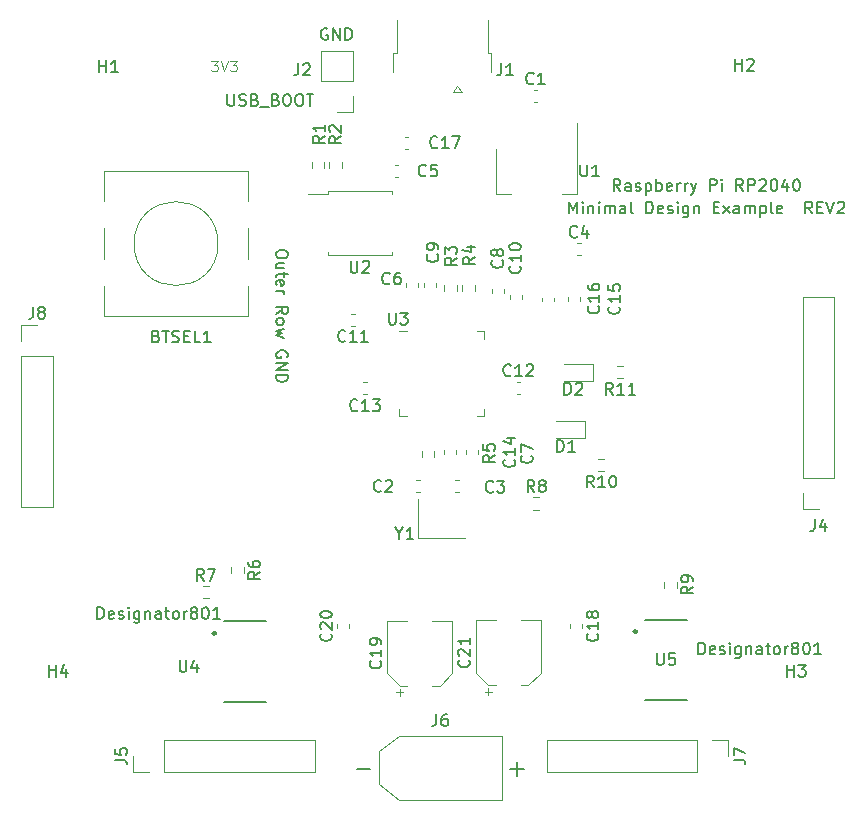
<source format=gbr>
G04 #@! TF.GenerationSoftware,KiCad,Pcbnew,8.0.5*
G04 #@! TF.CreationDate,2025-04-11T00:04:55-04:00*
G04 #@! TF.ProjectId,RP2040_minimal_r2,52503230-3430-45f6-9d69-6e696d616c5f,REV2*
G04 #@! TF.SameCoordinates,Original*
G04 #@! TF.FileFunction,Legend,Top*
G04 #@! TF.FilePolarity,Positive*
%FSLAX46Y46*%
G04 Gerber Fmt 4.6, Leading zero omitted, Abs format (unit mm)*
G04 Created by KiCad (PCBNEW 8.0.5) date 2025-04-11 00:04:55*
%MOMM*%
%LPD*%
G01*
G04 APERTURE LIST*
%ADD10C,0.150000*%
%ADD11C,0.100000*%
%ADD12C,0.120000*%
%ADD13C,0.250000*%
G04 APERTURE END LIST*
D10*
X86975180Y-89806666D02*
X86975180Y-89997142D01*
X86975180Y-89997142D02*
X86927561Y-90092380D01*
X86927561Y-90092380D02*
X86832323Y-90187618D01*
X86832323Y-90187618D02*
X86641847Y-90235237D01*
X86641847Y-90235237D02*
X86308514Y-90235237D01*
X86308514Y-90235237D02*
X86118038Y-90187618D01*
X86118038Y-90187618D02*
X86022800Y-90092380D01*
X86022800Y-90092380D02*
X85975180Y-89997142D01*
X85975180Y-89997142D02*
X85975180Y-89806666D01*
X85975180Y-89806666D02*
X86022800Y-89711428D01*
X86022800Y-89711428D02*
X86118038Y-89616190D01*
X86118038Y-89616190D02*
X86308514Y-89568571D01*
X86308514Y-89568571D02*
X86641847Y-89568571D01*
X86641847Y-89568571D02*
X86832323Y-89616190D01*
X86832323Y-89616190D02*
X86927561Y-89711428D01*
X86927561Y-89711428D02*
X86975180Y-89806666D01*
X86641847Y-91092380D02*
X85975180Y-91092380D01*
X86641847Y-90663809D02*
X86118038Y-90663809D01*
X86118038Y-90663809D02*
X86022800Y-90711428D01*
X86022800Y-90711428D02*
X85975180Y-90806666D01*
X85975180Y-90806666D02*
X85975180Y-90949523D01*
X85975180Y-90949523D02*
X86022800Y-91044761D01*
X86022800Y-91044761D02*
X86070419Y-91092380D01*
X86641847Y-91425714D02*
X86641847Y-91806666D01*
X86975180Y-91568571D02*
X86118038Y-91568571D01*
X86118038Y-91568571D02*
X86022800Y-91616190D01*
X86022800Y-91616190D02*
X85975180Y-91711428D01*
X85975180Y-91711428D02*
X85975180Y-91806666D01*
X86022800Y-92520952D02*
X85975180Y-92425714D01*
X85975180Y-92425714D02*
X85975180Y-92235238D01*
X85975180Y-92235238D02*
X86022800Y-92140000D01*
X86022800Y-92140000D02*
X86118038Y-92092381D01*
X86118038Y-92092381D02*
X86498990Y-92092381D01*
X86498990Y-92092381D02*
X86594228Y-92140000D01*
X86594228Y-92140000D02*
X86641847Y-92235238D01*
X86641847Y-92235238D02*
X86641847Y-92425714D01*
X86641847Y-92425714D02*
X86594228Y-92520952D01*
X86594228Y-92520952D02*
X86498990Y-92568571D01*
X86498990Y-92568571D02*
X86403752Y-92568571D01*
X86403752Y-92568571D02*
X86308514Y-92092381D01*
X85975180Y-92997143D02*
X86641847Y-92997143D01*
X86451371Y-92997143D02*
X86546609Y-93044762D01*
X86546609Y-93044762D02*
X86594228Y-93092381D01*
X86594228Y-93092381D02*
X86641847Y-93187619D01*
X86641847Y-93187619D02*
X86641847Y-93282857D01*
X85975180Y-94949524D02*
X86451371Y-94616191D01*
X85975180Y-94378096D02*
X86975180Y-94378096D01*
X86975180Y-94378096D02*
X86975180Y-94759048D01*
X86975180Y-94759048D02*
X86927561Y-94854286D01*
X86927561Y-94854286D02*
X86879942Y-94901905D01*
X86879942Y-94901905D02*
X86784704Y-94949524D01*
X86784704Y-94949524D02*
X86641847Y-94949524D01*
X86641847Y-94949524D02*
X86546609Y-94901905D01*
X86546609Y-94901905D02*
X86498990Y-94854286D01*
X86498990Y-94854286D02*
X86451371Y-94759048D01*
X86451371Y-94759048D02*
X86451371Y-94378096D01*
X85975180Y-95520953D02*
X86022800Y-95425715D01*
X86022800Y-95425715D02*
X86070419Y-95378096D01*
X86070419Y-95378096D02*
X86165657Y-95330477D01*
X86165657Y-95330477D02*
X86451371Y-95330477D01*
X86451371Y-95330477D02*
X86546609Y-95378096D01*
X86546609Y-95378096D02*
X86594228Y-95425715D01*
X86594228Y-95425715D02*
X86641847Y-95520953D01*
X86641847Y-95520953D02*
X86641847Y-95663810D01*
X86641847Y-95663810D02*
X86594228Y-95759048D01*
X86594228Y-95759048D02*
X86546609Y-95806667D01*
X86546609Y-95806667D02*
X86451371Y-95854286D01*
X86451371Y-95854286D02*
X86165657Y-95854286D01*
X86165657Y-95854286D02*
X86070419Y-95806667D01*
X86070419Y-95806667D02*
X86022800Y-95759048D01*
X86022800Y-95759048D02*
X85975180Y-95663810D01*
X85975180Y-95663810D02*
X85975180Y-95520953D01*
X86641847Y-96187620D02*
X85975180Y-96378096D01*
X85975180Y-96378096D02*
X86451371Y-96568572D01*
X86451371Y-96568572D02*
X85975180Y-96759048D01*
X85975180Y-96759048D02*
X86641847Y-96949524D01*
X86927561Y-98616191D02*
X86975180Y-98520953D01*
X86975180Y-98520953D02*
X86975180Y-98378096D01*
X86975180Y-98378096D02*
X86927561Y-98235239D01*
X86927561Y-98235239D02*
X86832323Y-98140001D01*
X86832323Y-98140001D02*
X86737085Y-98092382D01*
X86737085Y-98092382D02*
X86546609Y-98044763D01*
X86546609Y-98044763D02*
X86403752Y-98044763D01*
X86403752Y-98044763D02*
X86213276Y-98092382D01*
X86213276Y-98092382D02*
X86118038Y-98140001D01*
X86118038Y-98140001D02*
X86022800Y-98235239D01*
X86022800Y-98235239D02*
X85975180Y-98378096D01*
X85975180Y-98378096D02*
X85975180Y-98473334D01*
X85975180Y-98473334D02*
X86022800Y-98616191D01*
X86022800Y-98616191D02*
X86070419Y-98663810D01*
X86070419Y-98663810D02*
X86403752Y-98663810D01*
X86403752Y-98663810D02*
X86403752Y-98473334D01*
X85975180Y-99092382D02*
X86975180Y-99092382D01*
X86975180Y-99092382D02*
X85975180Y-99663810D01*
X85975180Y-99663810D02*
X86975180Y-99663810D01*
X85975180Y-100140001D02*
X86975180Y-100140001D01*
X86975180Y-100140001D02*
X86975180Y-100378096D01*
X86975180Y-100378096D02*
X86927561Y-100520953D01*
X86927561Y-100520953D02*
X86832323Y-100616191D01*
X86832323Y-100616191D02*
X86737085Y-100663810D01*
X86737085Y-100663810D02*
X86546609Y-100711429D01*
X86546609Y-100711429D02*
X86403752Y-100711429D01*
X86403752Y-100711429D02*
X86213276Y-100663810D01*
X86213276Y-100663810D02*
X86118038Y-100616191D01*
X86118038Y-100616191D02*
X86022800Y-100520953D01*
X86022800Y-100520953D02*
X85975180Y-100378096D01*
X85975180Y-100378096D02*
X85975180Y-100140001D01*
X115124284Y-84544819D02*
X114790951Y-84068628D01*
X114552856Y-84544819D02*
X114552856Y-83544819D01*
X114552856Y-83544819D02*
X114933808Y-83544819D01*
X114933808Y-83544819D02*
X115029046Y-83592438D01*
X115029046Y-83592438D02*
X115076665Y-83640057D01*
X115076665Y-83640057D02*
X115124284Y-83735295D01*
X115124284Y-83735295D02*
X115124284Y-83878152D01*
X115124284Y-83878152D02*
X115076665Y-83973390D01*
X115076665Y-83973390D02*
X115029046Y-84021009D01*
X115029046Y-84021009D02*
X114933808Y-84068628D01*
X114933808Y-84068628D02*
X114552856Y-84068628D01*
X115981427Y-84544819D02*
X115981427Y-84021009D01*
X115981427Y-84021009D02*
X115933808Y-83925771D01*
X115933808Y-83925771D02*
X115838570Y-83878152D01*
X115838570Y-83878152D02*
X115648094Y-83878152D01*
X115648094Y-83878152D02*
X115552856Y-83925771D01*
X115981427Y-84497200D02*
X115886189Y-84544819D01*
X115886189Y-84544819D02*
X115648094Y-84544819D01*
X115648094Y-84544819D02*
X115552856Y-84497200D01*
X115552856Y-84497200D02*
X115505237Y-84401961D01*
X115505237Y-84401961D02*
X115505237Y-84306723D01*
X115505237Y-84306723D02*
X115552856Y-84211485D01*
X115552856Y-84211485D02*
X115648094Y-84163866D01*
X115648094Y-84163866D02*
X115886189Y-84163866D01*
X115886189Y-84163866D02*
X115981427Y-84116247D01*
X116409999Y-84497200D02*
X116505237Y-84544819D01*
X116505237Y-84544819D02*
X116695713Y-84544819D01*
X116695713Y-84544819D02*
X116790951Y-84497200D01*
X116790951Y-84497200D02*
X116838570Y-84401961D01*
X116838570Y-84401961D02*
X116838570Y-84354342D01*
X116838570Y-84354342D02*
X116790951Y-84259104D01*
X116790951Y-84259104D02*
X116695713Y-84211485D01*
X116695713Y-84211485D02*
X116552856Y-84211485D01*
X116552856Y-84211485D02*
X116457618Y-84163866D01*
X116457618Y-84163866D02*
X116409999Y-84068628D01*
X116409999Y-84068628D02*
X116409999Y-84021009D01*
X116409999Y-84021009D02*
X116457618Y-83925771D01*
X116457618Y-83925771D02*
X116552856Y-83878152D01*
X116552856Y-83878152D02*
X116695713Y-83878152D01*
X116695713Y-83878152D02*
X116790951Y-83925771D01*
X117267142Y-83878152D02*
X117267142Y-84878152D01*
X117267142Y-83925771D02*
X117362380Y-83878152D01*
X117362380Y-83878152D02*
X117552856Y-83878152D01*
X117552856Y-83878152D02*
X117648094Y-83925771D01*
X117648094Y-83925771D02*
X117695713Y-83973390D01*
X117695713Y-83973390D02*
X117743332Y-84068628D01*
X117743332Y-84068628D02*
X117743332Y-84354342D01*
X117743332Y-84354342D02*
X117695713Y-84449580D01*
X117695713Y-84449580D02*
X117648094Y-84497200D01*
X117648094Y-84497200D02*
X117552856Y-84544819D01*
X117552856Y-84544819D02*
X117362380Y-84544819D01*
X117362380Y-84544819D02*
X117267142Y-84497200D01*
X118171904Y-84544819D02*
X118171904Y-83544819D01*
X118171904Y-83925771D02*
X118267142Y-83878152D01*
X118267142Y-83878152D02*
X118457618Y-83878152D01*
X118457618Y-83878152D02*
X118552856Y-83925771D01*
X118552856Y-83925771D02*
X118600475Y-83973390D01*
X118600475Y-83973390D02*
X118648094Y-84068628D01*
X118648094Y-84068628D02*
X118648094Y-84354342D01*
X118648094Y-84354342D02*
X118600475Y-84449580D01*
X118600475Y-84449580D02*
X118552856Y-84497200D01*
X118552856Y-84497200D02*
X118457618Y-84544819D01*
X118457618Y-84544819D02*
X118267142Y-84544819D01*
X118267142Y-84544819D02*
X118171904Y-84497200D01*
X119457618Y-84497200D02*
X119362380Y-84544819D01*
X119362380Y-84544819D02*
X119171904Y-84544819D01*
X119171904Y-84544819D02*
X119076666Y-84497200D01*
X119076666Y-84497200D02*
X119029047Y-84401961D01*
X119029047Y-84401961D02*
X119029047Y-84021009D01*
X119029047Y-84021009D02*
X119076666Y-83925771D01*
X119076666Y-83925771D02*
X119171904Y-83878152D01*
X119171904Y-83878152D02*
X119362380Y-83878152D01*
X119362380Y-83878152D02*
X119457618Y-83925771D01*
X119457618Y-83925771D02*
X119505237Y-84021009D01*
X119505237Y-84021009D02*
X119505237Y-84116247D01*
X119505237Y-84116247D02*
X119029047Y-84211485D01*
X119933809Y-84544819D02*
X119933809Y-83878152D01*
X119933809Y-84068628D02*
X119981428Y-83973390D01*
X119981428Y-83973390D02*
X120029047Y-83925771D01*
X120029047Y-83925771D02*
X120124285Y-83878152D01*
X120124285Y-83878152D02*
X120219523Y-83878152D01*
X120552857Y-84544819D02*
X120552857Y-83878152D01*
X120552857Y-84068628D02*
X120600476Y-83973390D01*
X120600476Y-83973390D02*
X120648095Y-83925771D01*
X120648095Y-83925771D02*
X120743333Y-83878152D01*
X120743333Y-83878152D02*
X120838571Y-83878152D01*
X121076667Y-83878152D02*
X121314762Y-84544819D01*
X121552857Y-83878152D02*
X121314762Y-84544819D01*
X121314762Y-84544819D02*
X121219524Y-84782914D01*
X121219524Y-84782914D02*
X121171905Y-84830533D01*
X121171905Y-84830533D02*
X121076667Y-84878152D01*
X122695715Y-84544819D02*
X122695715Y-83544819D01*
X122695715Y-83544819D02*
X123076667Y-83544819D01*
X123076667Y-83544819D02*
X123171905Y-83592438D01*
X123171905Y-83592438D02*
X123219524Y-83640057D01*
X123219524Y-83640057D02*
X123267143Y-83735295D01*
X123267143Y-83735295D02*
X123267143Y-83878152D01*
X123267143Y-83878152D02*
X123219524Y-83973390D01*
X123219524Y-83973390D02*
X123171905Y-84021009D01*
X123171905Y-84021009D02*
X123076667Y-84068628D01*
X123076667Y-84068628D02*
X122695715Y-84068628D01*
X123695715Y-84544819D02*
X123695715Y-83878152D01*
X123695715Y-83544819D02*
X123648096Y-83592438D01*
X123648096Y-83592438D02*
X123695715Y-83640057D01*
X123695715Y-83640057D02*
X123743334Y-83592438D01*
X123743334Y-83592438D02*
X123695715Y-83544819D01*
X123695715Y-83544819D02*
X123695715Y-83640057D01*
X125505238Y-84544819D02*
X125171905Y-84068628D01*
X124933810Y-84544819D02*
X124933810Y-83544819D01*
X124933810Y-83544819D02*
X125314762Y-83544819D01*
X125314762Y-83544819D02*
X125410000Y-83592438D01*
X125410000Y-83592438D02*
X125457619Y-83640057D01*
X125457619Y-83640057D02*
X125505238Y-83735295D01*
X125505238Y-83735295D02*
X125505238Y-83878152D01*
X125505238Y-83878152D02*
X125457619Y-83973390D01*
X125457619Y-83973390D02*
X125410000Y-84021009D01*
X125410000Y-84021009D02*
X125314762Y-84068628D01*
X125314762Y-84068628D02*
X124933810Y-84068628D01*
X125933810Y-84544819D02*
X125933810Y-83544819D01*
X125933810Y-83544819D02*
X126314762Y-83544819D01*
X126314762Y-83544819D02*
X126410000Y-83592438D01*
X126410000Y-83592438D02*
X126457619Y-83640057D01*
X126457619Y-83640057D02*
X126505238Y-83735295D01*
X126505238Y-83735295D02*
X126505238Y-83878152D01*
X126505238Y-83878152D02*
X126457619Y-83973390D01*
X126457619Y-83973390D02*
X126410000Y-84021009D01*
X126410000Y-84021009D02*
X126314762Y-84068628D01*
X126314762Y-84068628D02*
X125933810Y-84068628D01*
X126886191Y-83640057D02*
X126933810Y-83592438D01*
X126933810Y-83592438D02*
X127029048Y-83544819D01*
X127029048Y-83544819D02*
X127267143Y-83544819D01*
X127267143Y-83544819D02*
X127362381Y-83592438D01*
X127362381Y-83592438D02*
X127410000Y-83640057D01*
X127410000Y-83640057D02*
X127457619Y-83735295D01*
X127457619Y-83735295D02*
X127457619Y-83830533D01*
X127457619Y-83830533D02*
X127410000Y-83973390D01*
X127410000Y-83973390D02*
X126838572Y-84544819D01*
X126838572Y-84544819D02*
X127457619Y-84544819D01*
X128076667Y-83544819D02*
X128171905Y-83544819D01*
X128171905Y-83544819D02*
X128267143Y-83592438D01*
X128267143Y-83592438D02*
X128314762Y-83640057D01*
X128314762Y-83640057D02*
X128362381Y-83735295D01*
X128362381Y-83735295D02*
X128410000Y-83925771D01*
X128410000Y-83925771D02*
X128410000Y-84163866D01*
X128410000Y-84163866D02*
X128362381Y-84354342D01*
X128362381Y-84354342D02*
X128314762Y-84449580D01*
X128314762Y-84449580D02*
X128267143Y-84497200D01*
X128267143Y-84497200D02*
X128171905Y-84544819D01*
X128171905Y-84544819D02*
X128076667Y-84544819D01*
X128076667Y-84544819D02*
X127981429Y-84497200D01*
X127981429Y-84497200D02*
X127933810Y-84449580D01*
X127933810Y-84449580D02*
X127886191Y-84354342D01*
X127886191Y-84354342D02*
X127838572Y-84163866D01*
X127838572Y-84163866D02*
X127838572Y-83925771D01*
X127838572Y-83925771D02*
X127886191Y-83735295D01*
X127886191Y-83735295D02*
X127933810Y-83640057D01*
X127933810Y-83640057D02*
X127981429Y-83592438D01*
X127981429Y-83592438D02*
X128076667Y-83544819D01*
X129267143Y-83878152D02*
X129267143Y-84544819D01*
X129029048Y-83497200D02*
X128790953Y-84211485D01*
X128790953Y-84211485D02*
X129410000Y-84211485D01*
X129981429Y-83544819D02*
X130076667Y-83544819D01*
X130076667Y-83544819D02*
X130171905Y-83592438D01*
X130171905Y-83592438D02*
X130219524Y-83640057D01*
X130219524Y-83640057D02*
X130267143Y-83735295D01*
X130267143Y-83735295D02*
X130314762Y-83925771D01*
X130314762Y-83925771D02*
X130314762Y-84163866D01*
X130314762Y-84163866D02*
X130267143Y-84354342D01*
X130267143Y-84354342D02*
X130219524Y-84449580D01*
X130219524Y-84449580D02*
X130171905Y-84497200D01*
X130171905Y-84497200D02*
X130076667Y-84544819D01*
X130076667Y-84544819D02*
X129981429Y-84544819D01*
X129981429Y-84544819D02*
X129886191Y-84497200D01*
X129886191Y-84497200D02*
X129838572Y-84449580D01*
X129838572Y-84449580D02*
X129790953Y-84354342D01*
X129790953Y-84354342D02*
X129743334Y-84163866D01*
X129743334Y-84163866D02*
X129743334Y-83925771D01*
X129743334Y-83925771D02*
X129790953Y-83735295D01*
X129790953Y-83735295D02*
X129838572Y-83640057D01*
X129838572Y-83640057D02*
X129886191Y-83592438D01*
X129886191Y-83592438D02*
X129981429Y-83544819D01*
X110790952Y-86444819D02*
X110790952Y-85444819D01*
X110790952Y-85444819D02*
X111124285Y-86159104D01*
X111124285Y-86159104D02*
X111457618Y-85444819D01*
X111457618Y-85444819D02*
X111457618Y-86444819D01*
X111933809Y-86444819D02*
X111933809Y-85778152D01*
X111933809Y-85444819D02*
X111886190Y-85492438D01*
X111886190Y-85492438D02*
X111933809Y-85540057D01*
X111933809Y-85540057D02*
X111981428Y-85492438D01*
X111981428Y-85492438D02*
X111933809Y-85444819D01*
X111933809Y-85444819D02*
X111933809Y-85540057D01*
X112409999Y-85778152D02*
X112409999Y-86444819D01*
X112409999Y-85873390D02*
X112457618Y-85825771D01*
X112457618Y-85825771D02*
X112552856Y-85778152D01*
X112552856Y-85778152D02*
X112695713Y-85778152D01*
X112695713Y-85778152D02*
X112790951Y-85825771D01*
X112790951Y-85825771D02*
X112838570Y-85921009D01*
X112838570Y-85921009D02*
X112838570Y-86444819D01*
X113314761Y-86444819D02*
X113314761Y-85778152D01*
X113314761Y-85444819D02*
X113267142Y-85492438D01*
X113267142Y-85492438D02*
X113314761Y-85540057D01*
X113314761Y-85540057D02*
X113362380Y-85492438D01*
X113362380Y-85492438D02*
X113314761Y-85444819D01*
X113314761Y-85444819D02*
X113314761Y-85540057D01*
X113790951Y-86444819D02*
X113790951Y-85778152D01*
X113790951Y-85873390D02*
X113838570Y-85825771D01*
X113838570Y-85825771D02*
X113933808Y-85778152D01*
X113933808Y-85778152D02*
X114076665Y-85778152D01*
X114076665Y-85778152D02*
X114171903Y-85825771D01*
X114171903Y-85825771D02*
X114219522Y-85921009D01*
X114219522Y-85921009D02*
X114219522Y-86444819D01*
X114219522Y-85921009D02*
X114267141Y-85825771D01*
X114267141Y-85825771D02*
X114362379Y-85778152D01*
X114362379Y-85778152D02*
X114505236Y-85778152D01*
X114505236Y-85778152D02*
X114600475Y-85825771D01*
X114600475Y-85825771D02*
X114648094Y-85921009D01*
X114648094Y-85921009D02*
X114648094Y-86444819D01*
X115552855Y-86444819D02*
X115552855Y-85921009D01*
X115552855Y-85921009D02*
X115505236Y-85825771D01*
X115505236Y-85825771D02*
X115409998Y-85778152D01*
X115409998Y-85778152D02*
X115219522Y-85778152D01*
X115219522Y-85778152D02*
X115124284Y-85825771D01*
X115552855Y-86397200D02*
X115457617Y-86444819D01*
X115457617Y-86444819D02*
X115219522Y-86444819D01*
X115219522Y-86444819D02*
X115124284Y-86397200D01*
X115124284Y-86397200D02*
X115076665Y-86301961D01*
X115076665Y-86301961D02*
X115076665Y-86206723D01*
X115076665Y-86206723D02*
X115124284Y-86111485D01*
X115124284Y-86111485D02*
X115219522Y-86063866D01*
X115219522Y-86063866D02*
X115457617Y-86063866D01*
X115457617Y-86063866D02*
X115552855Y-86016247D01*
X116171903Y-86444819D02*
X116076665Y-86397200D01*
X116076665Y-86397200D02*
X116029046Y-86301961D01*
X116029046Y-86301961D02*
X116029046Y-85444819D01*
X117314761Y-86444819D02*
X117314761Y-85444819D01*
X117314761Y-85444819D02*
X117552856Y-85444819D01*
X117552856Y-85444819D02*
X117695713Y-85492438D01*
X117695713Y-85492438D02*
X117790951Y-85587676D01*
X117790951Y-85587676D02*
X117838570Y-85682914D01*
X117838570Y-85682914D02*
X117886189Y-85873390D01*
X117886189Y-85873390D02*
X117886189Y-86016247D01*
X117886189Y-86016247D02*
X117838570Y-86206723D01*
X117838570Y-86206723D02*
X117790951Y-86301961D01*
X117790951Y-86301961D02*
X117695713Y-86397200D01*
X117695713Y-86397200D02*
X117552856Y-86444819D01*
X117552856Y-86444819D02*
X117314761Y-86444819D01*
X118695713Y-86397200D02*
X118600475Y-86444819D01*
X118600475Y-86444819D02*
X118409999Y-86444819D01*
X118409999Y-86444819D02*
X118314761Y-86397200D01*
X118314761Y-86397200D02*
X118267142Y-86301961D01*
X118267142Y-86301961D02*
X118267142Y-85921009D01*
X118267142Y-85921009D02*
X118314761Y-85825771D01*
X118314761Y-85825771D02*
X118409999Y-85778152D01*
X118409999Y-85778152D02*
X118600475Y-85778152D01*
X118600475Y-85778152D02*
X118695713Y-85825771D01*
X118695713Y-85825771D02*
X118743332Y-85921009D01*
X118743332Y-85921009D02*
X118743332Y-86016247D01*
X118743332Y-86016247D02*
X118267142Y-86111485D01*
X119124285Y-86397200D02*
X119219523Y-86444819D01*
X119219523Y-86444819D02*
X119409999Y-86444819D01*
X119409999Y-86444819D02*
X119505237Y-86397200D01*
X119505237Y-86397200D02*
X119552856Y-86301961D01*
X119552856Y-86301961D02*
X119552856Y-86254342D01*
X119552856Y-86254342D02*
X119505237Y-86159104D01*
X119505237Y-86159104D02*
X119409999Y-86111485D01*
X119409999Y-86111485D02*
X119267142Y-86111485D01*
X119267142Y-86111485D02*
X119171904Y-86063866D01*
X119171904Y-86063866D02*
X119124285Y-85968628D01*
X119124285Y-85968628D02*
X119124285Y-85921009D01*
X119124285Y-85921009D02*
X119171904Y-85825771D01*
X119171904Y-85825771D02*
X119267142Y-85778152D01*
X119267142Y-85778152D02*
X119409999Y-85778152D01*
X119409999Y-85778152D02*
X119505237Y-85825771D01*
X119981428Y-86444819D02*
X119981428Y-85778152D01*
X119981428Y-85444819D02*
X119933809Y-85492438D01*
X119933809Y-85492438D02*
X119981428Y-85540057D01*
X119981428Y-85540057D02*
X120029047Y-85492438D01*
X120029047Y-85492438D02*
X119981428Y-85444819D01*
X119981428Y-85444819D02*
X119981428Y-85540057D01*
X120886189Y-85778152D02*
X120886189Y-86587676D01*
X120886189Y-86587676D02*
X120838570Y-86682914D01*
X120838570Y-86682914D02*
X120790951Y-86730533D01*
X120790951Y-86730533D02*
X120695713Y-86778152D01*
X120695713Y-86778152D02*
X120552856Y-86778152D01*
X120552856Y-86778152D02*
X120457618Y-86730533D01*
X120886189Y-86397200D02*
X120790951Y-86444819D01*
X120790951Y-86444819D02*
X120600475Y-86444819D01*
X120600475Y-86444819D02*
X120505237Y-86397200D01*
X120505237Y-86397200D02*
X120457618Y-86349580D01*
X120457618Y-86349580D02*
X120409999Y-86254342D01*
X120409999Y-86254342D02*
X120409999Y-85968628D01*
X120409999Y-85968628D02*
X120457618Y-85873390D01*
X120457618Y-85873390D02*
X120505237Y-85825771D01*
X120505237Y-85825771D02*
X120600475Y-85778152D01*
X120600475Y-85778152D02*
X120790951Y-85778152D01*
X120790951Y-85778152D02*
X120886189Y-85825771D01*
X121362380Y-85778152D02*
X121362380Y-86444819D01*
X121362380Y-85873390D02*
X121409999Y-85825771D01*
X121409999Y-85825771D02*
X121505237Y-85778152D01*
X121505237Y-85778152D02*
X121648094Y-85778152D01*
X121648094Y-85778152D02*
X121743332Y-85825771D01*
X121743332Y-85825771D02*
X121790951Y-85921009D01*
X121790951Y-85921009D02*
X121790951Y-86444819D01*
X123029047Y-85921009D02*
X123362380Y-85921009D01*
X123505237Y-86444819D02*
X123029047Y-86444819D01*
X123029047Y-86444819D02*
X123029047Y-85444819D01*
X123029047Y-85444819D02*
X123505237Y-85444819D01*
X123838571Y-86444819D02*
X124362380Y-85778152D01*
X123838571Y-85778152D02*
X124362380Y-86444819D01*
X125171904Y-86444819D02*
X125171904Y-85921009D01*
X125171904Y-85921009D02*
X125124285Y-85825771D01*
X125124285Y-85825771D02*
X125029047Y-85778152D01*
X125029047Y-85778152D02*
X124838571Y-85778152D01*
X124838571Y-85778152D02*
X124743333Y-85825771D01*
X125171904Y-86397200D02*
X125076666Y-86444819D01*
X125076666Y-86444819D02*
X124838571Y-86444819D01*
X124838571Y-86444819D02*
X124743333Y-86397200D01*
X124743333Y-86397200D02*
X124695714Y-86301961D01*
X124695714Y-86301961D02*
X124695714Y-86206723D01*
X124695714Y-86206723D02*
X124743333Y-86111485D01*
X124743333Y-86111485D02*
X124838571Y-86063866D01*
X124838571Y-86063866D02*
X125076666Y-86063866D01*
X125076666Y-86063866D02*
X125171904Y-86016247D01*
X125648095Y-86444819D02*
X125648095Y-85778152D01*
X125648095Y-85873390D02*
X125695714Y-85825771D01*
X125695714Y-85825771D02*
X125790952Y-85778152D01*
X125790952Y-85778152D02*
X125933809Y-85778152D01*
X125933809Y-85778152D02*
X126029047Y-85825771D01*
X126029047Y-85825771D02*
X126076666Y-85921009D01*
X126076666Y-85921009D02*
X126076666Y-86444819D01*
X126076666Y-85921009D02*
X126124285Y-85825771D01*
X126124285Y-85825771D02*
X126219523Y-85778152D01*
X126219523Y-85778152D02*
X126362380Y-85778152D01*
X126362380Y-85778152D02*
X126457619Y-85825771D01*
X126457619Y-85825771D02*
X126505238Y-85921009D01*
X126505238Y-85921009D02*
X126505238Y-86444819D01*
X126981428Y-85778152D02*
X126981428Y-86778152D01*
X126981428Y-85825771D02*
X127076666Y-85778152D01*
X127076666Y-85778152D02*
X127267142Y-85778152D01*
X127267142Y-85778152D02*
X127362380Y-85825771D01*
X127362380Y-85825771D02*
X127409999Y-85873390D01*
X127409999Y-85873390D02*
X127457618Y-85968628D01*
X127457618Y-85968628D02*
X127457618Y-86254342D01*
X127457618Y-86254342D02*
X127409999Y-86349580D01*
X127409999Y-86349580D02*
X127362380Y-86397200D01*
X127362380Y-86397200D02*
X127267142Y-86444819D01*
X127267142Y-86444819D02*
X127076666Y-86444819D01*
X127076666Y-86444819D02*
X126981428Y-86397200D01*
X128029047Y-86444819D02*
X127933809Y-86397200D01*
X127933809Y-86397200D02*
X127886190Y-86301961D01*
X127886190Y-86301961D02*
X127886190Y-85444819D01*
X128790952Y-86397200D02*
X128695714Y-86444819D01*
X128695714Y-86444819D02*
X128505238Y-86444819D01*
X128505238Y-86444819D02*
X128410000Y-86397200D01*
X128410000Y-86397200D02*
X128362381Y-86301961D01*
X128362381Y-86301961D02*
X128362381Y-85921009D01*
X128362381Y-85921009D02*
X128410000Y-85825771D01*
X128410000Y-85825771D02*
X128505238Y-85778152D01*
X128505238Y-85778152D02*
X128695714Y-85778152D01*
X128695714Y-85778152D02*
X128790952Y-85825771D01*
X128790952Y-85825771D02*
X128838571Y-85921009D01*
X128838571Y-85921009D02*
X128838571Y-86016247D01*
X128838571Y-86016247D02*
X128362381Y-86111485D01*
X131362381Y-86444819D02*
X131029048Y-85968628D01*
X130790953Y-86444819D02*
X130790953Y-85444819D01*
X130790953Y-85444819D02*
X131171905Y-85444819D01*
X131171905Y-85444819D02*
X131267143Y-85492438D01*
X131267143Y-85492438D02*
X131314762Y-85540057D01*
X131314762Y-85540057D02*
X131362381Y-85635295D01*
X131362381Y-85635295D02*
X131362381Y-85778152D01*
X131362381Y-85778152D02*
X131314762Y-85873390D01*
X131314762Y-85873390D02*
X131267143Y-85921009D01*
X131267143Y-85921009D02*
X131171905Y-85968628D01*
X131171905Y-85968628D02*
X130790953Y-85968628D01*
X131790953Y-85921009D02*
X132124286Y-85921009D01*
X132267143Y-86444819D02*
X131790953Y-86444819D01*
X131790953Y-86444819D02*
X131790953Y-85444819D01*
X131790953Y-85444819D02*
X132267143Y-85444819D01*
X132552858Y-85444819D02*
X132886191Y-86444819D01*
X132886191Y-86444819D02*
X133219524Y-85444819D01*
X133505239Y-85540057D02*
X133552858Y-85492438D01*
X133552858Y-85492438D02*
X133648096Y-85444819D01*
X133648096Y-85444819D02*
X133886191Y-85444819D01*
X133886191Y-85444819D02*
X133981429Y-85492438D01*
X133981429Y-85492438D02*
X134029048Y-85540057D01*
X134029048Y-85540057D02*
X134076667Y-85635295D01*
X134076667Y-85635295D02*
X134076667Y-85730533D01*
X134076667Y-85730533D02*
X134029048Y-85873390D01*
X134029048Y-85873390D02*
X133457620Y-86444819D01*
X133457620Y-86444819D02*
X134076667Y-86444819D01*
X90318095Y-70792438D02*
X90222857Y-70744819D01*
X90222857Y-70744819D02*
X90080000Y-70744819D01*
X90080000Y-70744819D02*
X89937143Y-70792438D01*
X89937143Y-70792438D02*
X89841905Y-70887676D01*
X89841905Y-70887676D02*
X89794286Y-70982914D01*
X89794286Y-70982914D02*
X89746667Y-71173390D01*
X89746667Y-71173390D02*
X89746667Y-71316247D01*
X89746667Y-71316247D02*
X89794286Y-71506723D01*
X89794286Y-71506723D02*
X89841905Y-71601961D01*
X89841905Y-71601961D02*
X89937143Y-71697200D01*
X89937143Y-71697200D02*
X90080000Y-71744819D01*
X90080000Y-71744819D02*
X90175238Y-71744819D01*
X90175238Y-71744819D02*
X90318095Y-71697200D01*
X90318095Y-71697200D02*
X90365714Y-71649580D01*
X90365714Y-71649580D02*
X90365714Y-71316247D01*
X90365714Y-71316247D02*
X90175238Y-71316247D01*
X90794286Y-71744819D02*
X90794286Y-70744819D01*
X90794286Y-70744819D02*
X91365714Y-71744819D01*
X91365714Y-71744819D02*
X91365714Y-70744819D01*
X91841905Y-71744819D02*
X91841905Y-70744819D01*
X91841905Y-70744819D02*
X92080000Y-70744819D01*
X92080000Y-70744819D02*
X92222857Y-70792438D01*
X92222857Y-70792438D02*
X92318095Y-70887676D01*
X92318095Y-70887676D02*
X92365714Y-70982914D01*
X92365714Y-70982914D02*
X92413333Y-71173390D01*
X92413333Y-71173390D02*
X92413333Y-71316247D01*
X92413333Y-71316247D02*
X92365714Y-71506723D01*
X92365714Y-71506723D02*
X92318095Y-71601961D01*
X92318095Y-71601961D02*
X92222857Y-71697200D01*
X92222857Y-71697200D02*
X92080000Y-71744819D01*
X92080000Y-71744819D02*
X91841905Y-71744819D01*
D11*
X80470714Y-73511157D02*
X81027857Y-73511157D01*
X81027857Y-73511157D02*
X80727857Y-73854014D01*
X80727857Y-73854014D02*
X80856428Y-73854014D01*
X80856428Y-73854014D02*
X80942143Y-73896871D01*
X80942143Y-73896871D02*
X80985000Y-73939728D01*
X80985000Y-73939728D02*
X81027857Y-74025442D01*
X81027857Y-74025442D02*
X81027857Y-74239728D01*
X81027857Y-74239728D02*
X80985000Y-74325442D01*
X80985000Y-74325442D02*
X80942143Y-74368300D01*
X80942143Y-74368300D02*
X80856428Y-74411157D01*
X80856428Y-74411157D02*
X80599285Y-74411157D01*
X80599285Y-74411157D02*
X80513571Y-74368300D01*
X80513571Y-74368300D02*
X80470714Y-74325442D01*
X81285000Y-73511157D02*
X81585000Y-74411157D01*
X81585000Y-74411157D02*
X81885000Y-73511157D01*
X82099286Y-73511157D02*
X82656429Y-73511157D01*
X82656429Y-73511157D02*
X82356429Y-73854014D01*
X82356429Y-73854014D02*
X82485000Y-73854014D01*
X82485000Y-73854014D02*
X82570715Y-73896871D01*
X82570715Y-73896871D02*
X82613572Y-73939728D01*
X82613572Y-73939728D02*
X82656429Y-74025442D01*
X82656429Y-74025442D02*
X82656429Y-74239728D01*
X82656429Y-74239728D02*
X82613572Y-74325442D01*
X82613572Y-74325442D02*
X82570715Y-74368300D01*
X82570715Y-74368300D02*
X82485000Y-74411157D01*
X82485000Y-74411157D02*
X82227857Y-74411157D01*
X82227857Y-74411157D02*
X82142143Y-74368300D01*
X82142143Y-74368300D02*
X82099286Y-74325442D01*
D10*
X81848571Y-76329791D02*
X81848571Y-77139314D01*
X81848571Y-77139314D02*
X81896190Y-77234552D01*
X81896190Y-77234552D02*
X81943809Y-77282172D01*
X81943809Y-77282172D02*
X82039047Y-77329791D01*
X82039047Y-77329791D02*
X82229523Y-77329791D01*
X82229523Y-77329791D02*
X82324761Y-77282172D01*
X82324761Y-77282172D02*
X82372380Y-77234552D01*
X82372380Y-77234552D02*
X82419999Y-77139314D01*
X82419999Y-77139314D02*
X82419999Y-76329791D01*
X82848571Y-77282172D02*
X82991428Y-77329791D01*
X82991428Y-77329791D02*
X83229523Y-77329791D01*
X83229523Y-77329791D02*
X83324761Y-77282172D01*
X83324761Y-77282172D02*
X83372380Y-77234552D01*
X83372380Y-77234552D02*
X83419999Y-77139314D01*
X83419999Y-77139314D02*
X83419999Y-77044076D01*
X83419999Y-77044076D02*
X83372380Y-76948838D01*
X83372380Y-76948838D02*
X83324761Y-76901219D01*
X83324761Y-76901219D02*
X83229523Y-76853600D01*
X83229523Y-76853600D02*
X83039047Y-76805981D01*
X83039047Y-76805981D02*
X82943809Y-76758362D01*
X82943809Y-76758362D02*
X82896190Y-76710743D01*
X82896190Y-76710743D02*
X82848571Y-76615505D01*
X82848571Y-76615505D02*
X82848571Y-76520267D01*
X82848571Y-76520267D02*
X82896190Y-76425029D01*
X82896190Y-76425029D02*
X82943809Y-76377410D01*
X82943809Y-76377410D02*
X83039047Y-76329791D01*
X83039047Y-76329791D02*
X83277142Y-76329791D01*
X83277142Y-76329791D02*
X83419999Y-76377410D01*
X84181904Y-76805981D02*
X84324761Y-76853600D01*
X84324761Y-76853600D02*
X84372380Y-76901219D01*
X84372380Y-76901219D02*
X84419999Y-76996457D01*
X84419999Y-76996457D02*
X84419999Y-77139314D01*
X84419999Y-77139314D02*
X84372380Y-77234552D01*
X84372380Y-77234552D02*
X84324761Y-77282172D01*
X84324761Y-77282172D02*
X84229523Y-77329791D01*
X84229523Y-77329791D02*
X83848571Y-77329791D01*
X83848571Y-77329791D02*
X83848571Y-76329791D01*
X83848571Y-76329791D02*
X84181904Y-76329791D01*
X84181904Y-76329791D02*
X84277142Y-76377410D01*
X84277142Y-76377410D02*
X84324761Y-76425029D01*
X84324761Y-76425029D02*
X84372380Y-76520267D01*
X84372380Y-76520267D02*
X84372380Y-76615505D01*
X84372380Y-76615505D02*
X84324761Y-76710743D01*
X84324761Y-76710743D02*
X84277142Y-76758362D01*
X84277142Y-76758362D02*
X84181904Y-76805981D01*
X84181904Y-76805981D02*
X83848571Y-76805981D01*
X84610476Y-77425029D02*
X85372380Y-77425029D01*
X85943809Y-76805981D02*
X86086666Y-76853600D01*
X86086666Y-76853600D02*
X86134285Y-76901219D01*
X86134285Y-76901219D02*
X86181904Y-76996457D01*
X86181904Y-76996457D02*
X86181904Y-77139314D01*
X86181904Y-77139314D02*
X86134285Y-77234552D01*
X86134285Y-77234552D02*
X86086666Y-77282172D01*
X86086666Y-77282172D02*
X85991428Y-77329791D01*
X85991428Y-77329791D02*
X85610476Y-77329791D01*
X85610476Y-77329791D02*
X85610476Y-76329791D01*
X85610476Y-76329791D02*
X85943809Y-76329791D01*
X85943809Y-76329791D02*
X86039047Y-76377410D01*
X86039047Y-76377410D02*
X86086666Y-76425029D01*
X86086666Y-76425029D02*
X86134285Y-76520267D01*
X86134285Y-76520267D02*
X86134285Y-76615505D01*
X86134285Y-76615505D02*
X86086666Y-76710743D01*
X86086666Y-76710743D02*
X86039047Y-76758362D01*
X86039047Y-76758362D02*
X85943809Y-76805981D01*
X85943809Y-76805981D02*
X85610476Y-76805981D01*
X86800952Y-76329791D02*
X86991428Y-76329791D01*
X86991428Y-76329791D02*
X87086666Y-76377410D01*
X87086666Y-76377410D02*
X87181904Y-76472648D01*
X87181904Y-76472648D02*
X87229523Y-76663124D01*
X87229523Y-76663124D02*
X87229523Y-76996457D01*
X87229523Y-76996457D02*
X87181904Y-77186933D01*
X87181904Y-77186933D02*
X87086666Y-77282172D01*
X87086666Y-77282172D02*
X86991428Y-77329791D01*
X86991428Y-77329791D02*
X86800952Y-77329791D01*
X86800952Y-77329791D02*
X86705714Y-77282172D01*
X86705714Y-77282172D02*
X86610476Y-77186933D01*
X86610476Y-77186933D02*
X86562857Y-76996457D01*
X86562857Y-76996457D02*
X86562857Y-76663124D01*
X86562857Y-76663124D02*
X86610476Y-76472648D01*
X86610476Y-76472648D02*
X86705714Y-76377410D01*
X86705714Y-76377410D02*
X86800952Y-76329791D01*
X87848571Y-76329791D02*
X88039047Y-76329791D01*
X88039047Y-76329791D02*
X88134285Y-76377410D01*
X88134285Y-76377410D02*
X88229523Y-76472648D01*
X88229523Y-76472648D02*
X88277142Y-76663124D01*
X88277142Y-76663124D02*
X88277142Y-76996457D01*
X88277142Y-76996457D02*
X88229523Y-77186933D01*
X88229523Y-77186933D02*
X88134285Y-77282172D01*
X88134285Y-77282172D02*
X88039047Y-77329791D01*
X88039047Y-77329791D02*
X87848571Y-77329791D01*
X87848571Y-77329791D02*
X87753333Y-77282172D01*
X87753333Y-77282172D02*
X87658095Y-77186933D01*
X87658095Y-77186933D02*
X87610476Y-76996457D01*
X87610476Y-76996457D02*
X87610476Y-76663124D01*
X87610476Y-76663124D02*
X87658095Y-76472648D01*
X87658095Y-76472648D02*
X87753333Y-76377410D01*
X87753333Y-76377410D02*
X87848571Y-76329791D01*
X88562857Y-76329791D02*
X89134285Y-76329791D01*
X88848571Y-77329791D02*
X88848571Y-76329791D01*
X111453333Y-88389580D02*
X111405714Y-88437200D01*
X111405714Y-88437200D02*
X111262857Y-88484819D01*
X111262857Y-88484819D02*
X111167619Y-88484819D01*
X111167619Y-88484819D02*
X111024762Y-88437200D01*
X111024762Y-88437200D02*
X110929524Y-88341961D01*
X110929524Y-88341961D02*
X110881905Y-88246723D01*
X110881905Y-88246723D02*
X110834286Y-88056247D01*
X110834286Y-88056247D02*
X110834286Y-87913390D01*
X110834286Y-87913390D02*
X110881905Y-87722914D01*
X110881905Y-87722914D02*
X110929524Y-87627676D01*
X110929524Y-87627676D02*
X111024762Y-87532438D01*
X111024762Y-87532438D02*
X111167619Y-87484819D01*
X111167619Y-87484819D02*
X111262857Y-87484819D01*
X111262857Y-87484819D02*
X111405714Y-87532438D01*
X111405714Y-87532438D02*
X111453333Y-87580057D01*
X112310476Y-87818152D02*
X112310476Y-88484819D01*
X112072381Y-87437200D02*
X111834286Y-88151485D01*
X111834286Y-88151485D02*
X112453333Y-88151485D01*
X105031666Y-73734819D02*
X105031666Y-74449104D01*
X105031666Y-74449104D02*
X104984047Y-74591961D01*
X104984047Y-74591961D02*
X104888809Y-74687200D01*
X104888809Y-74687200D02*
X104745952Y-74734819D01*
X104745952Y-74734819D02*
X104650714Y-74734819D01*
X106031666Y-74734819D02*
X105460238Y-74734819D01*
X105745952Y-74734819D02*
X105745952Y-73734819D01*
X105745952Y-73734819D02*
X105650714Y-73877676D01*
X105650714Y-73877676D02*
X105555476Y-73972914D01*
X105555476Y-73972914D02*
X105460238Y-74020533D01*
X87836666Y-73744819D02*
X87836666Y-74459104D01*
X87836666Y-74459104D02*
X87789047Y-74601961D01*
X87789047Y-74601961D02*
X87693809Y-74697200D01*
X87693809Y-74697200D02*
X87550952Y-74744819D01*
X87550952Y-74744819D02*
X87455714Y-74744819D01*
X88265238Y-73840057D02*
X88312857Y-73792438D01*
X88312857Y-73792438D02*
X88408095Y-73744819D01*
X88408095Y-73744819D02*
X88646190Y-73744819D01*
X88646190Y-73744819D02*
X88741428Y-73792438D01*
X88741428Y-73792438D02*
X88789047Y-73840057D01*
X88789047Y-73840057D02*
X88836666Y-73935295D01*
X88836666Y-73935295D02*
X88836666Y-74030533D01*
X88836666Y-74030533D02*
X88789047Y-74173390D01*
X88789047Y-74173390D02*
X88217619Y-74744819D01*
X88217619Y-74744819D02*
X88836666Y-74744819D01*
X106609580Y-90892857D02*
X106657200Y-90940476D01*
X106657200Y-90940476D02*
X106704819Y-91083333D01*
X106704819Y-91083333D02*
X106704819Y-91178571D01*
X106704819Y-91178571D02*
X106657200Y-91321428D01*
X106657200Y-91321428D02*
X106561961Y-91416666D01*
X106561961Y-91416666D02*
X106466723Y-91464285D01*
X106466723Y-91464285D02*
X106276247Y-91511904D01*
X106276247Y-91511904D02*
X106133390Y-91511904D01*
X106133390Y-91511904D02*
X105942914Y-91464285D01*
X105942914Y-91464285D02*
X105847676Y-91416666D01*
X105847676Y-91416666D02*
X105752438Y-91321428D01*
X105752438Y-91321428D02*
X105704819Y-91178571D01*
X105704819Y-91178571D02*
X105704819Y-91083333D01*
X105704819Y-91083333D02*
X105752438Y-90940476D01*
X105752438Y-90940476D02*
X105800057Y-90892857D01*
X106704819Y-89940476D02*
X106704819Y-90511904D01*
X106704819Y-90226190D02*
X105704819Y-90226190D01*
X105704819Y-90226190D02*
X105847676Y-90321428D01*
X105847676Y-90321428D02*
X105942914Y-90416666D01*
X105942914Y-90416666D02*
X105990533Y-90511904D01*
X105704819Y-89321428D02*
X105704819Y-89226190D01*
X105704819Y-89226190D02*
X105752438Y-89130952D01*
X105752438Y-89130952D02*
X105800057Y-89083333D01*
X105800057Y-89083333D02*
X105895295Y-89035714D01*
X105895295Y-89035714D02*
X106085771Y-88988095D01*
X106085771Y-88988095D02*
X106323866Y-88988095D01*
X106323866Y-88988095D02*
X106514342Y-89035714D01*
X106514342Y-89035714D02*
X106609580Y-89083333D01*
X106609580Y-89083333D02*
X106657200Y-89130952D01*
X106657200Y-89130952D02*
X106704819Y-89226190D01*
X106704819Y-89226190D02*
X106704819Y-89321428D01*
X106704819Y-89321428D02*
X106657200Y-89416666D01*
X106657200Y-89416666D02*
X106609580Y-89464285D01*
X106609580Y-89464285D02*
X106514342Y-89511904D01*
X106514342Y-89511904D02*
X106323866Y-89559523D01*
X106323866Y-89559523D02*
X106085771Y-89559523D01*
X106085771Y-89559523D02*
X105895295Y-89511904D01*
X105895295Y-89511904D02*
X105800057Y-89464285D01*
X105800057Y-89464285D02*
X105752438Y-89416666D01*
X105752438Y-89416666D02*
X105704819Y-89321428D01*
X105109580Y-90416666D02*
X105157200Y-90464285D01*
X105157200Y-90464285D02*
X105204819Y-90607142D01*
X105204819Y-90607142D02*
X105204819Y-90702380D01*
X105204819Y-90702380D02*
X105157200Y-90845237D01*
X105157200Y-90845237D02*
X105061961Y-90940475D01*
X105061961Y-90940475D02*
X104966723Y-90988094D01*
X104966723Y-90988094D02*
X104776247Y-91035713D01*
X104776247Y-91035713D02*
X104633390Y-91035713D01*
X104633390Y-91035713D02*
X104442914Y-90988094D01*
X104442914Y-90988094D02*
X104347676Y-90940475D01*
X104347676Y-90940475D02*
X104252438Y-90845237D01*
X104252438Y-90845237D02*
X104204819Y-90702380D01*
X104204819Y-90702380D02*
X104204819Y-90607142D01*
X104204819Y-90607142D02*
X104252438Y-90464285D01*
X104252438Y-90464285D02*
X104300057Y-90416666D01*
X104633390Y-89845237D02*
X104585771Y-89940475D01*
X104585771Y-89940475D02*
X104538152Y-89988094D01*
X104538152Y-89988094D02*
X104442914Y-90035713D01*
X104442914Y-90035713D02*
X104395295Y-90035713D01*
X104395295Y-90035713D02*
X104300057Y-89988094D01*
X104300057Y-89988094D02*
X104252438Y-89940475D01*
X104252438Y-89940475D02*
X104204819Y-89845237D01*
X104204819Y-89845237D02*
X104204819Y-89654761D01*
X104204819Y-89654761D02*
X104252438Y-89559523D01*
X104252438Y-89559523D02*
X104300057Y-89511904D01*
X104300057Y-89511904D02*
X104395295Y-89464285D01*
X104395295Y-89464285D02*
X104442914Y-89464285D01*
X104442914Y-89464285D02*
X104538152Y-89511904D01*
X104538152Y-89511904D02*
X104585771Y-89559523D01*
X104585771Y-89559523D02*
X104633390Y-89654761D01*
X104633390Y-89654761D02*
X104633390Y-89845237D01*
X104633390Y-89845237D02*
X104681009Y-89940475D01*
X104681009Y-89940475D02*
X104728628Y-89988094D01*
X104728628Y-89988094D02*
X104823866Y-90035713D01*
X104823866Y-90035713D02*
X105014342Y-90035713D01*
X105014342Y-90035713D02*
X105109580Y-89988094D01*
X105109580Y-89988094D02*
X105157200Y-89940475D01*
X105157200Y-89940475D02*
X105204819Y-89845237D01*
X105204819Y-89845237D02*
X105204819Y-89654761D01*
X105204819Y-89654761D02*
X105157200Y-89559523D01*
X105157200Y-89559523D02*
X105109580Y-89511904D01*
X105109580Y-89511904D02*
X105014342Y-89464285D01*
X105014342Y-89464285D02*
X104823866Y-89464285D01*
X104823866Y-89464285D02*
X104728628Y-89511904D01*
X104728628Y-89511904D02*
X104681009Y-89559523D01*
X104681009Y-89559523D02*
X104633390Y-89654761D01*
X92847142Y-103089580D02*
X92799523Y-103137200D01*
X92799523Y-103137200D02*
X92656666Y-103184819D01*
X92656666Y-103184819D02*
X92561428Y-103184819D01*
X92561428Y-103184819D02*
X92418571Y-103137200D01*
X92418571Y-103137200D02*
X92323333Y-103041961D01*
X92323333Y-103041961D02*
X92275714Y-102946723D01*
X92275714Y-102946723D02*
X92228095Y-102756247D01*
X92228095Y-102756247D02*
X92228095Y-102613390D01*
X92228095Y-102613390D02*
X92275714Y-102422914D01*
X92275714Y-102422914D02*
X92323333Y-102327676D01*
X92323333Y-102327676D02*
X92418571Y-102232438D01*
X92418571Y-102232438D02*
X92561428Y-102184819D01*
X92561428Y-102184819D02*
X92656666Y-102184819D01*
X92656666Y-102184819D02*
X92799523Y-102232438D01*
X92799523Y-102232438D02*
X92847142Y-102280057D01*
X93799523Y-103184819D02*
X93228095Y-103184819D01*
X93513809Y-103184819D02*
X93513809Y-102184819D01*
X93513809Y-102184819D02*
X93418571Y-102327676D01*
X93418571Y-102327676D02*
X93323333Y-102422914D01*
X93323333Y-102422914D02*
X93228095Y-102470533D01*
X94132857Y-102184819D02*
X94751904Y-102184819D01*
X94751904Y-102184819D02*
X94418571Y-102565771D01*
X94418571Y-102565771D02*
X94561428Y-102565771D01*
X94561428Y-102565771D02*
X94656666Y-102613390D01*
X94656666Y-102613390D02*
X94704285Y-102661009D01*
X94704285Y-102661009D02*
X94751904Y-102756247D01*
X94751904Y-102756247D02*
X94751904Y-102994342D01*
X94751904Y-102994342D02*
X94704285Y-103089580D01*
X94704285Y-103089580D02*
X94656666Y-103137200D01*
X94656666Y-103137200D02*
X94561428Y-103184819D01*
X94561428Y-103184819D02*
X94275714Y-103184819D01*
X94275714Y-103184819D02*
X94180476Y-103137200D01*
X94180476Y-103137200D02*
X94132857Y-103089580D01*
X98663333Y-83209580D02*
X98615714Y-83257200D01*
X98615714Y-83257200D02*
X98472857Y-83304819D01*
X98472857Y-83304819D02*
X98377619Y-83304819D01*
X98377619Y-83304819D02*
X98234762Y-83257200D01*
X98234762Y-83257200D02*
X98139524Y-83161961D01*
X98139524Y-83161961D02*
X98091905Y-83066723D01*
X98091905Y-83066723D02*
X98044286Y-82876247D01*
X98044286Y-82876247D02*
X98044286Y-82733390D01*
X98044286Y-82733390D02*
X98091905Y-82542914D01*
X98091905Y-82542914D02*
X98139524Y-82447676D01*
X98139524Y-82447676D02*
X98234762Y-82352438D01*
X98234762Y-82352438D02*
X98377619Y-82304819D01*
X98377619Y-82304819D02*
X98472857Y-82304819D01*
X98472857Y-82304819D02*
X98615714Y-82352438D01*
X98615714Y-82352438D02*
X98663333Y-82400057D01*
X99568095Y-82304819D02*
X99091905Y-82304819D01*
X99091905Y-82304819D02*
X99044286Y-82781009D01*
X99044286Y-82781009D02*
X99091905Y-82733390D01*
X99091905Y-82733390D02*
X99187143Y-82685771D01*
X99187143Y-82685771D02*
X99425238Y-82685771D01*
X99425238Y-82685771D02*
X99520476Y-82733390D01*
X99520476Y-82733390D02*
X99568095Y-82781009D01*
X99568095Y-82781009D02*
X99615714Y-82876247D01*
X99615714Y-82876247D02*
X99615714Y-83114342D01*
X99615714Y-83114342D02*
X99568095Y-83209580D01*
X99568095Y-83209580D02*
X99520476Y-83257200D01*
X99520476Y-83257200D02*
X99425238Y-83304819D01*
X99425238Y-83304819D02*
X99187143Y-83304819D01*
X99187143Y-83304819D02*
X99091905Y-83257200D01*
X99091905Y-83257200D02*
X99044286Y-83209580D01*
X91464819Y-79926666D02*
X90988628Y-80259999D01*
X91464819Y-80498094D02*
X90464819Y-80498094D01*
X90464819Y-80498094D02*
X90464819Y-80117142D01*
X90464819Y-80117142D02*
X90512438Y-80021904D01*
X90512438Y-80021904D02*
X90560057Y-79974285D01*
X90560057Y-79974285D02*
X90655295Y-79926666D01*
X90655295Y-79926666D02*
X90798152Y-79926666D01*
X90798152Y-79926666D02*
X90893390Y-79974285D01*
X90893390Y-79974285D02*
X90941009Y-80021904D01*
X90941009Y-80021904D02*
X90988628Y-80117142D01*
X90988628Y-80117142D02*
X90988628Y-80498094D01*
X90560057Y-79545713D02*
X90512438Y-79498094D01*
X90512438Y-79498094D02*
X90464819Y-79402856D01*
X90464819Y-79402856D02*
X90464819Y-79164761D01*
X90464819Y-79164761D02*
X90512438Y-79069523D01*
X90512438Y-79069523D02*
X90560057Y-79021904D01*
X90560057Y-79021904D02*
X90655295Y-78974285D01*
X90655295Y-78974285D02*
X90750533Y-78974285D01*
X90750533Y-78974285D02*
X90893390Y-79021904D01*
X90893390Y-79021904D02*
X91464819Y-79593332D01*
X91464819Y-79593332D02*
X91464819Y-78974285D01*
X111738095Y-82304819D02*
X111738095Y-83114342D01*
X111738095Y-83114342D02*
X111785714Y-83209580D01*
X111785714Y-83209580D02*
X111833333Y-83257200D01*
X111833333Y-83257200D02*
X111928571Y-83304819D01*
X111928571Y-83304819D02*
X112119047Y-83304819D01*
X112119047Y-83304819D02*
X112214285Y-83257200D01*
X112214285Y-83257200D02*
X112261904Y-83209580D01*
X112261904Y-83209580D02*
X112309523Y-83114342D01*
X112309523Y-83114342D02*
X112309523Y-82304819D01*
X113309523Y-83304819D02*
X112738095Y-83304819D01*
X113023809Y-83304819D02*
X113023809Y-82304819D01*
X113023809Y-82304819D02*
X112928571Y-82447676D01*
X112928571Y-82447676D02*
X112833333Y-82542914D01*
X112833333Y-82542914D02*
X112738095Y-82590533D01*
X92288095Y-90454819D02*
X92288095Y-91264342D01*
X92288095Y-91264342D02*
X92335714Y-91359580D01*
X92335714Y-91359580D02*
X92383333Y-91407200D01*
X92383333Y-91407200D02*
X92478571Y-91454819D01*
X92478571Y-91454819D02*
X92669047Y-91454819D01*
X92669047Y-91454819D02*
X92764285Y-91407200D01*
X92764285Y-91407200D02*
X92811904Y-91359580D01*
X92811904Y-91359580D02*
X92859523Y-91264342D01*
X92859523Y-91264342D02*
X92859523Y-90454819D01*
X93288095Y-90550057D02*
X93335714Y-90502438D01*
X93335714Y-90502438D02*
X93430952Y-90454819D01*
X93430952Y-90454819D02*
X93669047Y-90454819D01*
X93669047Y-90454819D02*
X93764285Y-90502438D01*
X93764285Y-90502438D02*
X93811904Y-90550057D01*
X93811904Y-90550057D02*
X93859523Y-90645295D01*
X93859523Y-90645295D02*
X93859523Y-90740533D01*
X93859523Y-90740533D02*
X93811904Y-90883390D01*
X93811904Y-90883390D02*
X93240476Y-91454819D01*
X93240476Y-91454819D02*
X93859523Y-91454819D01*
X90074819Y-79866666D02*
X89598628Y-80199999D01*
X90074819Y-80438094D02*
X89074819Y-80438094D01*
X89074819Y-80438094D02*
X89074819Y-80057142D01*
X89074819Y-80057142D02*
X89122438Y-79961904D01*
X89122438Y-79961904D02*
X89170057Y-79914285D01*
X89170057Y-79914285D02*
X89265295Y-79866666D01*
X89265295Y-79866666D02*
X89408152Y-79866666D01*
X89408152Y-79866666D02*
X89503390Y-79914285D01*
X89503390Y-79914285D02*
X89551009Y-79961904D01*
X89551009Y-79961904D02*
X89598628Y-80057142D01*
X89598628Y-80057142D02*
X89598628Y-80438094D01*
X90074819Y-78914285D02*
X90074819Y-79485713D01*
X90074819Y-79199999D02*
X89074819Y-79199999D01*
X89074819Y-79199999D02*
X89217676Y-79295237D01*
X89217676Y-79295237D02*
X89312914Y-79390475D01*
X89312914Y-79390475D02*
X89360533Y-79485713D01*
X99609580Y-89916666D02*
X99657200Y-89964285D01*
X99657200Y-89964285D02*
X99704819Y-90107142D01*
X99704819Y-90107142D02*
X99704819Y-90202380D01*
X99704819Y-90202380D02*
X99657200Y-90345237D01*
X99657200Y-90345237D02*
X99561961Y-90440475D01*
X99561961Y-90440475D02*
X99466723Y-90488094D01*
X99466723Y-90488094D02*
X99276247Y-90535713D01*
X99276247Y-90535713D02*
X99133390Y-90535713D01*
X99133390Y-90535713D02*
X98942914Y-90488094D01*
X98942914Y-90488094D02*
X98847676Y-90440475D01*
X98847676Y-90440475D02*
X98752438Y-90345237D01*
X98752438Y-90345237D02*
X98704819Y-90202380D01*
X98704819Y-90202380D02*
X98704819Y-90107142D01*
X98704819Y-90107142D02*
X98752438Y-89964285D01*
X98752438Y-89964285D02*
X98800057Y-89916666D01*
X99704819Y-89440475D02*
X99704819Y-89249999D01*
X99704819Y-89249999D02*
X99657200Y-89154761D01*
X99657200Y-89154761D02*
X99609580Y-89107142D01*
X99609580Y-89107142D02*
X99466723Y-89011904D01*
X99466723Y-89011904D02*
X99276247Y-88964285D01*
X99276247Y-88964285D02*
X98895295Y-88964285D01*
X98895295Y-88964285D02*
X98800057Y-89011904D01*
X98800057Y-89011904D02*
X98752438Y-89059523D01*
X98752438Y-89059523D02*
X98704819Y-89154761D01*
X98704819Y-89154761D02*
X98704819Y-89345237D01*
X98704819Y-89345237D02*
X98752438Y-89440475D01*
X98752438Y-89440475D02*
X98800057Y-89488094D01*
X98800057Y-89488094D02*
X98895295Y-89535713D01*
X98895295Y-89535713D02*
X99133390Y-89535713D01*
X99133390Y-89535713D02*
X99228628Y-89488094D01*
X99228628Y-89488094D02*
X99276247Y-89440475D01*
X99276247Y-89440475D02*
X99323866Y-89345237D01*
X99323866Y-89345237D02*
X99323866Y-89154761D01*
X99323866Y-89154761D02*
X99276247Y-89059523D01*
X99276247Y-89059523D02*
X99228628Y-89011904D01*
X99228628Y-89011904D02*
X99133390Y-88964285D01*
X105842142Y-100129580D02*
X105794523Y-100177200D01*
X105794523Y-100177200D02*
X105651666Y-100224819D01*
X105651666Y-100224819D02*
X105556428Y-100224819D01*
X105556428Y-100224819D02*
X105413571Y-100177200D01*
X105413571Y-100177200D02*
X105318333Y-100081961D01*
X105318333Y-100081961D02*
X105270714Y-99986723D01*
X105270714Y-99986723D02*
X105223095Y-99796247D01*
X105223095Y-99796247D02*
X105223095Y-99653390D01*
X105223095Y-99653390D02*
X105270714Y-99462914D01*
X105270714Y-99462914D02*
X105318333Y-99367676D01*
X105318333Y-99367676D02*
X105413571Y-99272438D01*
X105413571Y-99272438D02*
X105556428Y-99224819D01*
X105556428Y-99224819D02*
X105651666Y-99224819D01*
X105651666Y-99224819D02*
X105794523Y-99272438D01*
X105794523Y-99272438D02*
X105842142Y-99320057D01*
X106794523Y-100224819D02*
X106223095Y-100224819D01*
X106508809Y-100224819D02*
X106508809Y-99224819D01*
X106508809Y-99224819D02*
X106413571Y-99367676D01*
X106413571Y-99367676D02*
X106318333Y-99462914D01*
X106318333Y-99462914D02*
X106223095Y-99510533D01*
X107175476Y-99320057D02*
X107223095Y-99272438D01*
X107223095Y-99272438D02*
X107318333Y-99224819D01*
X107318333Y-99224819D02*
X107556428Y-99224819D01*
X107556428Y-99224819D02*
X107651666Y-99272438D01*
X107651666Y-99272438D02*
X107699285Y-99320057D01*
X107699285Y-99320057D02*
X107746904Y-99415295D01*
X107746904Y-99415295D02*
X107746904Y-99510533D01*
X107746904Y-99510533D02*
X107699285Y-99653390D01*
X107699285Y-99653390D02*
X107127857Y-100224819D01*
X107127857Y-100224819D02*
X107746904Y-100224819D01*
X106119580Y-107282857D02*
X106167200Y-107330476D01*
X106167200Y-107330476D02*
X106214819Y-107473333D01*
X106214819Y-107473333D02*
X106214819Y-107568571D01*
X106214819Y-107568571D02*
X106167200Y-107711428D01*
X106167200Y-107711428D02*
X106071961Y-107806666D01*
X106071961Y-107806666D02*
X105976723Y-107854285D01*
X105976723Y-107854285D02*
X105786247Y-107901904D01*
X105786247Y-107901904D02*
X105643390Y-107901904D01*
X105643390Y-107901904D02*
X105452914Y-107854285D01*
X105452914Y-107854285D02*
X105357676Y-107806666D01*
X105357676Y-107806666D02*
X105262438Y-107711428D01*
X105262438Y-107711428D02*
X105214819Y-107568571D01*
X105214819Y-107568571D02*
X105214819Y-107473333D01*
X105214819Y-107473333D02*
X105262438Y-107330476D01*
X105262438Y-107330476D02*
X105310057Y-107282857D01*
X106214819Y-106330476D02*
X106214819Y-106901904D01*
X106214819Y-106616190D02*
X105214819Y-106616190D01*
X105214819Y-106616190D02*
X105357676Y-106711428D01*
X105357676Y-106711428D02*
X105452914Y-106806666D01*
X105452914Y-106806666D02*
X105500533Y-106901904D01*
X105548152Y-105473333D02*
X106214819Y-105473333D01*
X105167200Y-105711428D02*
X105881485Y-105949523D01*
X105881485Y-105949523D02*
X105881485Y-105330476D01*
X101264819Y-90196666D02*
X100788628Y-90529999D01*
X101264819Y-90768094D02*
X100264819Y-90768094D01*
X100264819Y-90768094D02*
X100264819Y-90387142D01*
X100264819Y-90387142D02*
X100312438Y-90291904D01*
X100312438Y-90291904D02*
X100360057Y-90244285D01*
X100360057Y-90244285D02*
X100455295Y-90196666D01*
X100455295Y-90196666D02*
X100598152Y-90196666D01*
X100598152Y-90196666D02*
X100693390Y-90244285D01*
X100693390Y-90244285D02*
X100741009Y-90291904D01*
X100741009Y-90291904D02*
X100788628Y-90387142D01*
X100788628Y-90387142D02*
X100788628Y-90768094D01*
X100264819Y-89863332D02*
X100264819Y-89244285D01*
X100264819Y-89244285D02*
X100645771Y-89577618D01*
X100645771Y-89577618D02*
X100645771Y-89434761D01*
X100645771Y-89434761D02*
X100693390Y-89339523D01*
X100693390Y-89339523D02*
X100741009Y-89291904D01*
X100741009Y-89291904D02*
X100836247Y-89244285D01*
X100836247Y-89244285D02*
X101074342Y-89244285D01*
X101074342Y-89244285D02*
X101169580Y-89291904D01*
X101169580Y-89291904D02*
X101217200Y-89339523D01*
X101217200Y-89339523D02*
X101264819Y-89434761D01*
X101264819Y-89434761D02*
X101264819Y-89720475D01*
X101264819Y-89720475D02*
X101217200Y-89815713D01*
X101217200Y-89815713D02*
X101169580Y-89863332D01*
X107589580Y-106956666D02*
X107637200Y-107004285D01*
X107637200Y-107004285D02*
X107684819Y-107147142D01*
X107684819Y-107147142D02*
X107684819Y-107242380D01*
X107684819Y-107242380D02*
X107637200Y-107385237D01*
X107637200Y-107385237D02*
X107541961Y-107480475D01*
X107541961Y-107480475D02*
X107446723Y-107528094D01*
X107446723Y-107528094D02*
X107256247Y-107575713D01*
X107256247Y-107575713D02*
X107113390Y-107575713D01*
X107113390Y-107575713D02*
X106922914Y-107528094D01*
X106922914Y-107528094D02*
X106827676Y-107480475D01*
X106827676Y-107480475D02*
X106732438Y-107385237D01*
X106732438Y-107385237D02*
X106684819Y-107242380D01*
X106684819Y-107242380D02*
X106684819Y-107147142D01*
X106684819Y-107147142D02*
X106732438Y-107004285D01*
X106732438Y-107004285D02*
X106780057Y-106956666D01*
X106684819Y-106623332D02*
X106684819Y-105956666D01*
X106684819Y-105956666D02*
X107684819Y-106385237D01*
X107770833Y-75429580D02*
X107723214Y-75477200D01*
X107723214Y-75477200D02*
X107580357Y-75524819D01*
X107580357Y-75524819D02*
X107485119Y-75524819D01*
X107485119Y-75524819D02*
X107342262Y-75477200D01*
X107342262Y-75477200D02*
X107247024Y-75381961D01*
X107247024Y-75381961D02*
X107199405Y-75286723D01*
X107199405Y-75286723D02*
X107151786Y-75096247D01*
X107151786Y-75096247D02*
X107151786Y-74953390D01*
X107151786Y-74953390D02*
X107199405Y-74762914D01*
X107199405Y-74762914D02*
X107247024Y-74667676D01*
X107247024Y-74667676D02*
X107342262Y-74572438D01*
X107342262Y-74572438D02*
X107485119Y-74524819D01*
X107485119Y-74524819D02*
X107580357Y-74524819D01*
X107580357Y-74524819D02*
X107723214Y-74572438D01*
X107723214Y-74572438D02*
X107770833Y-74620057D01*
X108723214Y-75524819D02*
X108151786Y-75524819D01*
X108437500Y-75524819D02*
X108437500Y-74524819D01*
X108437500Y-74524819D02*
X108342262Y-74667676D01*
X108342262Y-74667676D02*
X108247024Y-74762914D01*
X108247024Y-74762914D02*
X108151786Y-74810533D01*
X91827142Y-97219580D02*
X91779523Y-97267200D01*
X91779523Y-97267200D02*
X91636666Y-97314819D01*
X91636666Y-97314819D02*
X91541428Y-97314819D01*
X91541428Y-97314819D02*
X91398571Y-97267200D01*
X91398571Y-97267200D02*
X91303333Y-97171961D01*
X91303333Y-97171961D02*
X91255714Y-97076723D01*
X91255714Y-97076723D02*
X91208095Y-96886247D01*
X91208095Y-96886247D02*
X91208095Y-96743390D01*
X91208095Y-96743390D02*
X91255714Y-96552914D01*
X91255714Y-96552914D02*
X91303333Y-96457676D01*
X91303333Y-96457676D02*
X91398571Y-96362438D01*
X91398571Y-96362438D02*
X91541428Y-96314819D01*
X91541428Y-96314819D02*
X91636666Y-96314819D01*
X91636666Y-96314819D02*
X91779523Y-96362438D01*
X91779523Y-96362438D02*
X91827142Y-96410057D01*
X92779523Y-97314819D02*
X92208095Y-97314819D01*
X92493809Y-97314819D02*
X92493809Y-96314819D01*
X92493809Y-96314819D02*
X92398571Y-96457676D01*
X92398571Y-96457676D02*
X92303333Y-96552914D01*
X92303333Y-96552914D02*
X92208095Y-96600533D01*
X93731904Y-97314819D02*
X93160476Y-97314819D01*
X93446190Y-97314819D02*
X93446190Y-96314819D01*
X93446190Y-96314819D02*
X93350952Y-96457676D01*
X93350952Y-96457676D02*
X93255714Y-96552914D01*
X93255714Y-96552914D02*
X93160476Y-96600533D01*
X113249580Y-94292857D02*
X113297200Y-94340476D01*
X113297200Y-94340476D02*
X113344819Y-94483333D01*
X113344819Y-94483333D02*
X113344819Y-94578571D01*
X113344819Y-94578571D02*
X113297200Y-94721428D01*
X113297200Y-94721428D02*
X113201961Y-94816666D01*
X113201961Y-94816666D02*
X113106723Y-94864285D01*
X113106723Y-94864285D02*
X112916247Y-94911904D01*
X112916247Y-94911904D02*
X112773390Y-94911904D01*
X112773390Y-94911904D02*
X112582914Y-94864285D01*
X112582914Y-94864285D02*
X112487676Y-94816666D01*
X112487676Y-94816666D02*
X112392438Y-94721428D01*
X112392438Y-94721428D02*
X112344819Y-94578571D01*
X112344819Y-94578571D02*
X112344819Y-94483333D01*
X112344819Y-94483333D02*
X112392438Y-94340476D01*
X112392438Y-94340476D02*
X112440057Y-94292857D01*
X113344819Y-93340476D02*
X113344819Y-93911904D01*
X113344819Y-93626190D02*
X112344819Y-93626190D01*
X112344819Y-93626190D02*
X112487676Y-93721428D01*
X112487676Y-93721428D02*
X112582914Y-93816666D01*
X112582914Y-93816666D02*
X112630533Y-93911904D01*
X112344819Y-92483333D02*
X112344819Y-92673809D01*
X112344819Y-92673809D02*
X112392438Y-92769047D01*
X112392438Y-92769047D02*
X112440057Y-92816666D01*
X112440057Y-92816666D02*
X112582914Y-92911904D01*
X112582914Y-92911904D02*
X112773390Y-92959523D01*
X112773390Y-92959523D02*
X113154342Y-92959523D01*
X113154342Y-92959523D02*
X113249580Y-92911904D01*
X113249580Y-92911904D02*
X113297200Y-92864285D01*
X113297200Y-92864285D02*
X113344819Y-92769047D01*
X113344819Y-92769047D02*
X113344819Y-92578571D01*
X113344819Y-92578571D02*
X113297200Y-92483333D01*
X113297200Y-92483333D02*
X113249580Y-92435714D01*
X113249580Y-92435714D02*
X113154342Y-92388095D01*
X113154342Y-92388095D02*
X112916247Y-92388095D01*
X112916247Y-92388095D02*
X112821009Y-92435714D01*
X112821009Y-92435714D02*
X112773390Y-92483333D01*
X112773390Y-92483333D02*
X112725771Y-92578571D01*
X112725771Y-92578571D02*
X112725771Y-92769047D01*
X112725771Y-92769047D02*
X112773390Y-92864285D01*
X112773390Y-92864285D02*
X112821009Y-92911904D01*
X112821009Y-92911904D02*
X112916247Y-92959523D01*
X95528095Y-94854819D02*
X95528095Y-95664342D01*
X95528095Y-95664342D02*
X95575714Y-95759580D01*
X95575714Y-95759580D02*
X95623333Y-95807200D01*
X95623333Y-95807200D02*
X95718571Y-95854819D01*
X95718571Y-95854819D02*
X95909047Y-95854819D01*
X95909047Y-95854819D02*
X96004285Y-95807200D01*
X96004285Y-95807200D02*
X96051904Y-95759580D01*
X96051904Y-95759580D02*
X96099523Y-95664342D01*
X96099523Y-95664342D02*
X96099523Y-94854819D01*
X96480476Y-94854819D02*
X97099523Y-94854819D01*
X97099523Y-94854819D02*
X96766190Y-95235771D01*
X96766190Y-95235771D02*
X96909047Y-95235771D01*
X96909047Y-95235771D02*
X97004285Y-95283390D01*
X97004285Y-95283390D02*
X97051904Y-95331009D01*
X97051904Y-95331009D02*
X97099523Y-95426247D01*
X97099523Y-95426247D02*
X97099523Y-95664342D01*
X97099523Y-95664342D02*
X97051904Y-95759580D01*
X97051904Y-95759580D02*
X97004285Y-95807200D01*
X97004285Y-95807200D02*
X96909047Y-95854819D01*
X96909047Y-95854819D02*
X96623333Y-95854819D01*
X96623333Y-95854819D02*
X96528095Y-95807200D01*
X96528095Y-95807200D02*
X96480476Y-95759580D01*
X124848095Y-74354819D02*
X124848095Y-73354819D01*
X124848095Y-73831009D02*
X125419523Y-73831009D01*
X125419523Y-74354819D02*
X125419523Y-73354819D01*
X125848095Y-73450057D02*
X125895714Y-73402438D01*
X125895714Y-73402438D02*
X125990952Y-73354819D01*
X125990952Y-73354819D02*
X126229047Y-73354819D01*
X126229047Y-73354819D02*
X126324285Y-73402438D01*
X126324285Y-73402438D02*
X126371904Y-73450057D01*
X126371904Y-73450057D02*
X126419523Y-73545295D01*
X126419523Y-73545295D02*
X126419523Y-73640533D01*
X126419523Y-73640533D02*
X126371904Y-73783390D01*
X126371904Y-73783390D02*
X125800476Y-74354819D01*
X125800476Y-74354819D02*
X126419523Y-74354819D01*
X102794819Y-90126666D02*
X102318628Y-90459999D01*
X102794819Y-90698094D02*
X101794819Y-90698094D01*
X101794819Y-90698094D02*
X101794819Y-90317142D01*
X101794819Y-90317142D02*
X101842438Y-90221904D01*
X101842438Y-90221904D02*
X101890057Y-90174285D01*
X101890057Y-90174285D02*
X101985295Y-90126666D01*
X101985295Y-90126666D02*
X102128152Y-90126666D01*
X102128152Y-90126666D02*
X102223390Y-90174285D01*
X102223390Y-90174285D02*
X102271009Y-90221904D01*
X102271009Y-90221904D02*
X102318628Y-90317142D01*
X102318628Y-90317142D02*
X102318628Y-90698094D01*
X102128152Y-89269523D02*
X102794819Y-89269523D01*
X101747200Y-89507618D02*
X102461485Y-89745713D01*
X102461485Y-89745713D02*
X102461485Y-89126666D01*
X129238095Y-125654819D02*
X129238095Y-124654819D01*
X129238095Y-125131009D02*
X129809523Y-125131009D01*
X129809523Y-125654819D02*
X129809523Y-124654819D01*
X130190476Y-124654819D02*
X130809523Y-124654819D01*
X130809523Y-124654819D02*
X130476190Y-125035771D01*
X130476190Y-125035771D02*
X130619047Y-125035771D01*
X130619047Y-125035771D02*
X130714285Y-125083390D01*
X130714285Y-125083390D02*
X130761904Y-125131009D01*
X130761904Y-125131009D02*
X130809523Y-125226247D01*
X130809523Y-125226247D02*
X130809523Y-125464342D01*
X130809523Y-125464342D02*
X130761904Y-125559580D01*
X130761904Y-125559580D02*
X130714285Y-125607200D01*
X130714285Y-125607200D02*
X130619047Y-125654819D01*
X130619047Y-125654819D02*
X130333333Y-125654819D01*
X130333333Y-125654819D02*
X130238095Y-125607200D01*
X130238095Y-125607200D02*
X130190476Y-125559580D01*
X95583333Y-92359580D02*
X95535714Y-92407200D01*
X95535714Y-92407200D02*
X95392857Y-92454819D01*
X95392857Y-92454819D02*
X95297619Y-92454819D01*
X95297619Y-92454819D02*
X95154762Y-92407200D01*
X95154762Y-92407200D02*
X95059524Y-92311961D01*
X95059524Y-92311961D02*
X95011905Y-92216723D01*
X95011905Y-92216723D02*
X94964286Y-92026247D01*
X94964286Y-92026247D02*
X94964286Y-91883390D01*
X94964286Y-91883390D02*
X95011905Y-91692914D01*
X95011905Y-91692914D02*
X95059524Y-91597676D01*
X95059524Y-91597676D02*
X95154762Y-91502438D01*
X95154762Y-91502438D02*
X95297619Y-91454819D01*
X95297619Y-91454819D02*
X95392857Y-91454819D01*
X95392857Y-91454819D02*
X95535714Y-91502438D01*
X95535714Y-91502438D02*
X95583333Y-91550057D01*
X96440476Y-91454819D02*
X96250000Y-91454819D01*
X96250000Y-91454819D02*
X96154762Y-91502438D01*
X96154762Y-91502438D02*
X96107143Y-91550057D01*
X96107143Y-91550057D02*
X96011905Y-91692914D01*
X96011905Y-91692914D02*
X95964286Y-91883390D01*
X95964286Y-91883390D02*
X95964286Y-92264342D01*
X95964286Y-92264342D02*
X96011905Y-92359580D01*
X96011905Y-92359580D02*
X96059524Y-92407200D01*
X96059524Y-92407200D02*
X96154762Y-92454819D01*
X96154762Y-92454819D02*
X96345238Y-92454819D01*
X96345238Y-92454819D02*
X96440476Y-92407200D01*
X96440476Y-92407200D02*
X96488095Y-92359580D01*
X96488095Y-92359580D02*
X96535714Y-92264342D01*
X96535714Y-92264342D02*
X96535714Y-92026247D01*
X96535714Y-92026247D02*
X96488095Y-91931009D01*
X96488095Y-91931009D02*
X96440476Y-91883390D01*
X96440476Y-91883390D02*
X96345238Y-91835771D01*
X96345238Y-91835771D02*
X96154762Y-91835771D01*
X96154762Y-91835771D02*
X96059524Y-91883390D01*
X96059524Y-91883390D02*
X96011905Y-91931009D01*
X96011905Y-91931009D02*
X95964286Y-92026247D01*
X114989580Y-94322857D02*
X115037200Y-94370476D01*
X115037200Y-94370476D02*
X115084819Y-94513333D01*
X115084819Y-94513333D02*
X115084819Y-94608571D01*
X115084819Y-94608571D02*
X115037200Y-94751428D01*
X115037200Y-94751428D02*
X114941961Y-94846666D01*
X114941961Y-94846666D02*
X114846723Y-94894285D01*
X114846723Y-94894285D02*
X114656247Y-94941904D01*
X114656247Y-94941904D02*
X114513390Y-94941904D01*
X114513390Y-94941904D02*
X114322914Y-94894285D01*
X114322914Y-94894285D02*
X114227676Y-94846666D01*
X114227676Y-94846666D02*
X114132438Y-94751428D01*
X114132438Y-94751428D02*
X114084819Y-94608571D01*
X114084819Y-94608571D02*
X114084819Y-94513333D01*
X114084819Y-94513333D02*
X114132438Y-94370476D01*
X114132438Y-94370476D02*
X114180057Y-94322857D01*
X115084819Y-93370476D02*
X115084819Y-93941904D01*
X115084819Y-93656190D02*
X114084819Y-93656190D01*
X114084819Y-93656190D02*
X114227676Y-93751428D01*
X114227676Y-93751428D02*
X114322914Y-93846666D01*
X114322914Y-93846666D02*
X114370533Y-93941904D01*
X114084819Y-92465714D02*
X114084819Y-92941904D01*
X114084819Y-92941904D02*
X114561009Y-92989523D01*
X114561009Y-92989523D02*
X114513390Y-92941904D01*
X114513390Y-92941904D02*
X114465771Y-92846666D01*
X114465771Y-92846666D02*
X114465771Y-92608571D01*
X114465771Y-92608571D02*
X114513390Y-92513333D01*
X114513390Y-92513333D02*
X114561009Y-92465714D01*
X114561009Y-92465714D02*
X114656247Y-92418095D01*
X114656247Y-92418095D02*
X114894342Y-92418095D01*
X114894342Y-92418095D02*
X114989580Y-92465714D01*
X114989580Y-92465714D02*
X115037200Y-92513333D01*
X115037200Y-92513333D02*
X115084819Y-92608571D01*
X115084819Y-92608571D02*
X115084819Y-92846666D01*
X115084819Y-92846666D02*
X115037200Y-92941904D01*
X115037200Y-92941904D02*
X114989580Y-92989523D01*
X71008095Y-74464819D02*
X71008095Y-73464819D01*
X71008095Y-73941009D02*
X71579523Y-73941009D01*
X71579523Y-74464819D02*
X71579523Y-73464819D01*
X72579523Y-74464819D02*
X72008095Y-74464819D01*
X72293809Y-74464819D02*
X72293809Y-73464819D01*
X72293809Y-73464819D02*
X72198571Y-73607676D01*
X72198571Y-73607676D02*
X72103333Y-73702914D01*
X72103333Y-73702914D02*
X72008095Y-73750533D01*
X66738095Y-125654819D02*
X66738095Y-124654819D01*
X66738095Y-125131009D02*
X67309523Y-125131009D01*
X67309523Y-125654819D02*
X67309523Y-124654819D01*
X68214285Y-124988152D02*
X68214285Y-125654819D01*
X67976190Y-124607200D02*
X67738095Y-125321485D01*
X67738095Y-125321485D02*
X68357142Y-125321485D01*
X99617142Y-80819580D02*
X99569523Y-80867200D01*
X99569523Y-80867200D02*
X99426666Y-80914819D01*
X99426666Y-80914819D02*
X99331428Y-80914819D01*
X99331428Y-80914819D02*
X99188571Y-80867200D01*
X99188571Y-80867200D02*
X99093333Y-80771961D01*
X99093333Y-80771961D02*
X99045714Y-80676723D01*
X99045714Y-80676723D02*
X98998095Y-80486247D01*
X98998095Y-80486247D02*
X98998095Y-80343390D01*
X98998095Y-80343390D02*
X99045714Y-80152914D01*
X99045714Y-80152914D02*
X99093333Y-80057676D01*
X99093333Y-80057676D02*
X99188571Y-79962438D01*
X99188571Y-79962438D02*
X99331428Y-79914819D01*
X99331428Y-79914819D02*
X99426666Y-79914819D01*
X99426666Y-79914819D02*
X99569523Y-79962438D01*
X99569523Y-79962438D02*
X99617142Y-80010057D01*
X100569523Y-80914819D02*
X99998095Y-80914819D01*
X100283809Y-80914819D02*
X100283809Y-79914819D01*
X100283809Y-79914819D02*
X100188571Y-80057676D01*
X100188571Y-80057676D02*
X100093333Y-80152914D01*
X100093333Y-80152914D02*
X99998095Y-80200533D01*
X100902857Y-79914819D02*
X101569523Y-79914819D01*
X101569523Y-79914819D02*
X101140952Y-80914819D01*
X113164580Y-122017857D02*
X113212200Y-122065476D01*
X113212200Y-122065476D02*
X113259819Y-122208333D01*
X113259819Y-122208333D02*
X113259819Y-122303571D01*
X113259819Y-122303571D02*
X113212200Y-122446428D01*
X113212200Y-122446428D02*
X113116961Y-122541666D01*
X113116961Y-122541666D02*
X113021723Y-122589285D01*
X113021723Y-122589285D02*
X112831247Y-122636904D01*
X112831247Y-122636904D02*
X112688390Y-122636904D01*
X112688390Y-122636904D02*
X112497914Y-122589285D01*
X112497914Y-122589285D02*
X112402676Y-122541666D01*
X112402676Y-122541666D02*
X112307438Y-122446428D01*
X112307438Y-122446428D02*
X112259819Y-122303571D01*
X112259819Y-122303571D02*
X112259819Y-122208333D01*
X112259819Y-122208333D02*
X112307438Y-122065476D01*
X112307438Y-122065476D02*
X112355057Y-122017857D01*
X113259819Y-121065476D02*
X113259819Y-121636904D01*
X113259819Y-121351190D02*
X112259819Y-121351190D01*
X112259819Y-121351190D02*
X112402676Y-121446428D01*
X112402676Y-121446428D02*
X112497914Y-121541666D01*
X112497914Y-121541666D02*
X112545533Y-121636904D01*
X112688390Y-120494047D02*
X112640771Y-120589285D01*
X112640771Y-120589285D02*
X112593152Y-120636904D01*
X112593152Y-120636904D02*
X112497914Y-120684523D01*
X112497914Y-120684523D02*
X112450295Y-120684523D01*
X112450295Y-120684523D02*
X112355057Y-120636904D01*
X112355057Y-120636904D02*
X112307438Y-120589285D01*
X112307438Y-120589285D02*
X112259819Y-120494047D01*
X112259819Y-120494047D02*
X112259819Y-120303571D01*
X112259819Y-120303571D02*
X112307438Y-120208333D01*
X112307438Y-120208333D02*
X112355057Y-120160714D01*
X112355057Y-120160714D02*
X112450295Y-120113095D01*
X112450295Y-120113095D02*
X112497914Y-120113095D01*
X112497914Y-120113095D02*
X112593152Y-120160714D01*
X112593152Y-120160714D02*
X112640771Y-120208333D01*
X112640771Y-120208333D02*
X112688390Y-120303571D01*
X112688390Y-120303571D02*
X112688390Y-120494047D01*
X112688390Y-120494047D02*
X112736009Y-120589285D01*
X112736009Y-120589285D02*
X112783628Y-120636904D01*
X112783628Y-120636904D02*
X112878866Y-120684523D01*
X112878866Y-120684523D02*
X113069342Y-120684523D01*
X113069342Y-120684523D02*
X113164580Y-120636904D01*
X113164580Y-120636904D02*
X113212200Y-120589285D01*
X113212200Y-120589285D02*
X113259819Y-120494047D01*
X113259819Y-120494047D02*
X113259819Y-120303571D01*
X113259819Y-120303571D02*
X113212200Y-120208333D01*
X113212200Y-120208333D02*
X113164580Y-120160714D01*
X113164580Y-120160714D02*
X113069342Y-120113095D01*
X113069342Y-120113095D02*
X112878866Y-120113095D01*
X112878866Y-120113095D02*
X112783628Y-120160714D01*
X112783628Y-120160714D02*
X112736009Y-120208333D01*
X112736009Y-120208333D02*
X112688390Y-120303571D01*
X72339819Y-132708333D02*
X73054104Y-132708333D01*
X73054104Y-132708333D02*
X73196961Y-132755952D01*
X73196961Y-132755952D02*
X73292200Y-132851190D01*
X73292200Y-132851190D02*
X73339819Y-132994047D01*
X73339819Y-132994047D02*
X73339819Y-133089285D01*
X72339819Y-131755952D02*
X72339819Y-132232142D01*
X72339819Y-132232142D02*
X72816009Y-132279761D01*
X72816009Y-132279761D02*
X72768390Y-132232142D01*
X72768390Y-132232142D02*
X72720771Y-132136904D01*
X72720771Y-132136904D02*
X72720771Y-131898809D01*
X72720771Y-131898809D02*
X72768390Y-131803571D01*
X72768390Y-131803571D02*
X72816009Y-131755952D01*
X72816009Y-131755952D02*
X72911247Y-131708333D01*
X72911247Y-131708333D02*
X73149342Y-131708333D01*
X73149342Y-131708333D02*
X73244580Y-131755952D01*
X73244580Y-131755952D02*
X73292200Y-131803571D01*
X73292200Y-131803571D02*
X73339819Y-131898809D01*
X73339819Y-131898809D02*
X73339819Y-132136904D01*
X73339819Y-132136904D02*
X73292200Y-132232142D01*
X73292200Y-132232142D02*
X73244580Y-132279761D01*
X75800952Y-96841009D02*
X75943809Y-96888628D01*
X75943809Y-96888628D02*
X75991428Y-96936247D01*
X75991428Y-96936247D02*
X76039047Y-97031485D01*
X76039047Y-97031485D02*
X76039047Y-97174342D01*
X76039047Y-97174342D02*
X75991428Y-97269580D01*
X75991428Y-97269580D02*
X75943809Y-97317200D01*
X75943809Y-97317200D02*
X75848571Y-97364819D01*
X75848571Y-97364819D02*
X75467619Y-97364819D01*
X75467619Y-97364819D02*
X75467619Y-96364819D01*
X75467619Y-96364819D02*
X75800952Y-96364819D01*
X75800952Y-96364819D02*
X75896190Y-96412438D01*
X75896190Y-96412438D02*
X75943809Y-96460057D01*
X75943809Y-96460057D02*
X75991428Y-96555295D01*
X75991428Y-96555295D02*
X75991428Y-96650533D01*
X75991428Y-96650533D02*
X75943809Y-96745771D01*
X75943809Y-96745771D02*
X75896190Y-96793390D01*
X75896190Y-96793390D02*
X75800952Y-96841009D01*
X75800952Y-96841009D02*
X75467619Y-96841009D01*
X76324762Y-96364819D02*
X76896190Y-96364819D01*
X76610476Y-97364819D02*
X76610476Y-96364819D01*
X77181905Y-97317200D02*
X77324762Y-97364819D01*
X77324762Y-97364819D02*
X77562857Y-97364819D01*
X77562857Y-97364819D02*
X77658095Y-97317200D01*
X77658095Y-97317200D02*
X77705714Y-97269580D01*
X77705714Y-97269580D02*
X77753333Y-97174342D01*
X77753333Y-97174342D02*
X77753333Y-97079104D01*
X77753333Y-97079104D02*
X77705714Y-96983866D01*
X77705714Y-96983866D02*
X77658095Y-96936247D01*
X77658095Y-96936247D02*
X77562857Y-96888628D01*
X77562857Y-96888628D02*
X77372381Y-96841009D01*
X77372381Y-96841009D02*
X77277143Y-96793390D01*
X77277143Y-96793390D02*
X77229524Y-96745771D01*
X77229524Y-96745771D02*
X77181905Y-96650533D01*
X77181905Y-96650533D02*
X77181905Y-96555295D01*
X77181905Y-96555295D02*
X77229524Y-96460057D01*
X77229524Y-96460057D02*
X77277143Y-96412438D01*
X77277143Y-96412438D02*
X77372381Y-96364819D01*
X77372381Y-96364819D02*
X77610476Y-96364819D01*
X77610476Y-96364819D02*
X77753333Y-96412438D01*
X78181905Y-96841009D02*
X78515238Y-96841009D01*
X78658095Y-97364819D02*
X78181905Y-97364819D01*
X78181905Y-97364819D02*
X78181905Y-96364819D01*
X78181905Y-96364819D02*
X78658095Y-96364819D01*
X79562857Y-97364819D02*
X79086667Y-97364819D01*
X79086667Y-97364819D02*
X79086667Y-96364819D01*
X80420000Y-97364819D02*
X79848572Y-97364819D01*
X80134286Y-97364819D02*
X80134286Y-96364819D01*
X80134286Y-96364819D02*
X80039048Y-96507676D01*
X80039048Y-96507676D02*
X79943810Y-96602914D01*
X79943810Y-96602914D02*
X79848572Y-96650533D01*
X94863333Y-109929580D02*
X94815714Y-109977200D01*
X94815714Y-109977200D02*
X94672857Y-110024819D01*
X94672857Y-110024819D02*
X94577619Y-110024819D01*
X94577619Y-110024819D02*
X94434762Y-109977200D01*
X94434762Y-109977200D02*
X94339524Y-109881961D01*
X94339524Y-109881961D02*
X94291905Y-109786723D01*
X94291905Y-109786723D02*
X94244286Y-109596247D01*
X94244286Y-109596247D02*
X94244286Y-109453390D01*
X94244286Y-109453390D02*
X94291905Y-109262914D01*
X94291905Y-109262914D02*
X94339524Y-109167676D01*
X94339524Y-109167676D02*
X94434762Y-109072438D01*
X94434762Y-109072438D02*
X94577619Y-109024819D01*
X94577619Y-109024819D02*
X94672857Y-109024819D01*
X94672857Y-109024819D02*
X94815714Y-109072438D01*
X94815714Y-109072438D02*
X94863333Y-109120057D01*
X95244286Y-109120057D02*
X95291905Y-109072438D01*
X95291905Y-109072438D02*
X95387143Y-109024819D01*
X95387143Y-109024819D02*
X95625238Y-109024819D01*
X95625238Y-109024819D02*
X95720476Y-109072438D01*
X95720476Y-109072438D02*
X95768095Y-109120057D01*
X95768095Y-109120057D02*
X95815714Y-109215295D01*
X95815714Y-109215295D02*
X95815714Y-109310533D01*
X95815714Y-109310533D02*
X95768095Y-109453390D01*
X95768095Y-109453390D02*
X95196667Y-110024819D01*
X95196667Y-110024819D02*
X95815714Y-110024819D01*
X109761905Y-106634819D02*
X109761905Y-105634819D01*
X109761905Y-105634819D02*
X110000000Y-105634819D01*
X110000000Y-105634819D02*
X110142857Y-105682438D01*
X110142857Y-105682438D02*
X110238095Y-105777676D01*
X110238095Y-105777676D02*
X110285714Y-105872914D01*
X110285714Y-105872914D02*
X110333333Y-106063390D01*
X110333333Y-106063390D02*
X110333333Y-106206247D01*
X110333333Y-106206247D02*
X110285714Y-106396723D01*
X110285714Y-106396723D02*
X110238095Y-106491961D01*
X110238095Y-106491961D02*
X110142857Y-106587200D01*
X110142857Y-106587200D02*
X110000000Y-106634819D01*
X110000000Y-106634819D02*
X109761905Y-106634819D01*
X111285714Y-106634819D02*
X110714286Y-106634819D01*
X111000000Y-106634819D02*
X111000000Y-105634819D01*
X111000000Y-105634819D02*
X110904762Y-105777676D01*
X110904762Y-105777676D02*
X110809524Y-105872914D01*
X110809524Y-105872914D02*
X110714286Y-105920533D01*
X94784580Y-124317857D02*
X94832200Y-124365476D01*
X94832200Y-124365476D02*
X94879819Y-124508333D01*
X94879819Y-124508333D02*
X94879819Y-124603571D01*
X94879819Y-124603571D02*
X94832200Y-124746428D01*
X94832200Y-124746428D02*
X94736961Y-124841666D01*
X94736961Y-124841666D02*
X94641723Y-124889285D01*
X94641723Y-124889285D02*
X94451247Y-124936904D01*
X94451247Y-124936904D02*
X94308390Y-124936904D01*
X94308390Y-124936904D02*
X94117914Y-124889285D01*
X94117914Y-124889285D02*
X94022676Y-124841666D01*
X94022676Y-124841666D02*
X93927438Y-124746428D01*
X93927438Y-124746428D02*
X93879819Y-124603571D01*
X93879819Y-124603571D02*
X93879819Y-124508333D01*
X93879819Y-124508333D02*
X93927438Y-124365476D01*
X93927438Y-124365476D02*
X93975057Y-124317857D01*
X94879819Y-123365476D02*
X94879819Y-123936904D01*
X94879819Y-123651190D02*
X93879819Y-123651190D01*
X93879819Y-123651190D02*
X94022676Y-123746428D01*
X94022676Y-123746428D02*
X94117914Y-123841666D01*
X94117914Y-123841666D02*
X94165533Y-123936904D01*
X94879819Y-122889285D02*
X94879819Y-122698809D01*
X94879819Y-122698809D02*
X94832200Y-122603571D01*
X94832200Y-122603571D02*
X94784580Y-122555952D01*
X94784580Y-122555952D02*
X94641723Y-122460714D01*
X94641723Y-122460714D02*
X94451247Y-122413095D01*
X94451247Y-122413095D02*
X94070295Y-122413095D01*
X94070295Y-122413095D02*
X93975057Y-122460714D01*
X93975057Y-122460714D02*
X93927438Y-122508333D01*
X93927438Y-122508333D02*
X93879819Y-122603571D01*
X93879819Y-122603571D02*
X93879819Y-122794047D01*
X93879819Y-122794047D02*
X93927438Y-122889285D01*
X93927438Y-122889285D02*
X93975057Y-122936904D01*
X93975057Y-122936904D02*
X94070295Y-122984523D01*
X94070295Y-122984523D02*
X94308390Y-122984523D01*
X94308390Y-122984523D02*
X94403628Y-122936904D01*
X94403628Y-122936904D02*
X94451247Y-122889285D01*
X94451247Y-122889285D02*
X94498866Y-122794047D01*
X94498866Y-122794047D02*
X94498866Y-122603571D01*
X94498866Y-122603571D02*
X94451247Y-122508333D01*
X94451247Y-122508333D02*
X94403628Y-122460714D01*
X94403628Y-122460714D02*
X94308390Y-122413095D01*
X79833333Y-117524819D02*
X79500000Y-117048628D01*
X79261905Y-117524819D02*
X79261905Y-116524819D01*
X79261905Y-116524819D02*
X79642857Y-116524819D01*
X79642857Y-116524819D02*
X79738095Y-116572438D01*
X79738095Y-116572438D02*
X79785714Y-116620057D01*
X79785714Y-116620057D02*
X79833333Y-116715295D01*
X79833333Y-116715295D02*
X79833333Y-116858152D01*
X79833333Y-116858152D02*
X79785714Y-116953390D01*
X79785714Y-116953390D02*
X79738095Y-117001009D01*
X79738095Y-117001009D02*
X79642857Y-117048628D01*
X79642857Y-117048628D02*
X79261905Y-117048628D01*
X80166667Y-116524819D02*
X80833333Y-116524819D01*
X80833333Y-116524819D02*
X80404762Y-117524819D01*
X104353333Y-109979580D02*
X104305714Y-110027200D01*
X104305714Y-110027200D02*
X104162857Y-110074819D01*
X104162857Y-110074819D02*
X104067619Y-110074819D01*
X104067619Y-110074819D02*
X103924762Y-110027200D01*
X103924762Y-110027200D02*
X103829524Y-109931961D01*
X103829524Y-109931961D02*
X103781905Y-109836723D01*
X103781905Y-109836723D02*
X103734286Y-109646247D01*
X103734286Y-109646247D02*
X103734286Y-109503390D01*
X103734286Y-109503390D02*
X103781905Y-109312914D01*
X103781905Y-109312914D02*
X103829524Y-109217676D01*
X103829524Y-109217676D02*
X103924762Y-109122438D01*
X103924762Y-109122438D02*
X104067619Y-109074819D01*
X104067619Y-109074819D02*
X104162857Y-109074819D01*
X104162857Y-109074819D02*
X104305714Y-109122438D01*
X104305714Y-109122438D02*
X104353333Y-109170057D01*
X104686667Y-109074819D02*
X105305714Y-109074819D01*
X105305714Y-109074819D02*
X104972381Y-109455771D01*
X104972381Y-109455771D02*
X105115238Y-109455771D01*
X105115238Y-109455771D02*
X105210476Y-109503390D01*
X105210476Y-109503390D02*
X105258095Y-109551009D01*
X105258095Y-109551009D02*
X105305714Y-109646247D01*
X105305714Y-109646247D02*
X105305714Y-109884342D01*
X105305714Y-109884342D02*
X105258095Y-109979580D01*
X105258095Y-109979580D02*
X105210476Y-110027200D01*
X105210476Y-110027200D02*
X105115238Y-110074819D01*
X105115238Y-110074819D02*
X104829524Y-110074819D01*
X104829524Y-110074819D02*
X104734286Y-110027200D01*
X104734286Y-110027200D02*
X104686667Y-109979580D01*
X121259819Y-118041666D02*
X120783628Y-118374999D01*
X121259819Y-118613094D02*
X120259819Y-118613094D01*
X120259819Y-118613094D02*
X120259819Y-118232142D01*
X120259819Y-118232142D02*
X120307438Y-118136904D01*
X120307438Y-118136904D02*
X120355057Y-118089285D01*
X120355057Y-118089285D02*
X120450295Y-118041666D01*
X120450295Y-118041666D02*
X120593152Y-118041666D01*
X120593152Y-118041666D02*
X120688390Y-118089285D01*
X120688390Y-118089285D02*
X120736009Y-118136904D01*
X120736009Y-118136904D02*
X120783628Y-118232142D01*
X120783628Y-118232142D02*
X120783628Y-118613094D01*
X121259819Y-117565475D02*
X121259819Y-117374999D01*
X121259819Y-117374999D02*
X121212200Y-117279761D01*
X121212200Y-117279761D02*
X121164580Y-117232142D01*
X121164580Y-117232142D02*
X121021723Y-117136904D01*
X121021723Y-117136904D02*
X120831247Y-117089285D01*
X120831247Y-117089285D02*
X120450295Y-117089285D01*
X120450295Y-117089285D02*
X120355057Y-117136904D01*
X120355057Y-117136904D02*
X120307438Y-117184523D01*
X120307438Y-117184523D02*
X120259819Y-117279761D01*
X120259819Y-117279761D02*
X120259819Y-117470237D01*
X120259819Y-117470237D02*
X120307438Y-117565475D01*
X120307438Y-117565475D02*
X120355057Y-117613094D01*
X120355057Y-117613094D02*
X120450295Y-117660713D01*
X120450295Y-117660713D02*
X120688390Y-117660713D01*
X120688390Y-117660713D02*
X120783628Y-117613094D01*
X120783628Y-117613094D02*
X120831247Y-117565475D01*
X120831247Y-117565475D02*
X120878866Y-117470237D01*
X120878866Y-117470237D02*
X120878866Y-117279761D01*
X120878866Y-117279761D02*
X120831247Y-117184523D01*
X120831247Y-117184523D02*
X120783628Y-117136904D01*
X120783628Y-117136904D02*
X120688390Y-117089285D01*
X96393809Y-113528628D02*
X96393809Y-114004819D01*
X96060476Y-113004819D02*
X96393809Y-113528628D01*
X96393809Y-113528628D02*
X96727142Y-113004819D01*
X97584285Y-114004819D02*
X97012857Y-114004819D01*
X97298571Y-114004819D02*
X97298571Y-113004819D01*
X97298571Y-113004819D02*
X97203333Y-113147676D01*
X97203333Y-113147676D02*
X97108095Y-113242914D01*
X97108095Y-113242914D02*
X97012857Y-113290533D01*
X102284580Y-124267857D02*
X102332200Y-124315476D01*
X102332200Y-124315476D02*
X102379819Y-124458333D01*
X102379819Y-124458333D02*
X102379819Y-124553571D01*
X102379819Y-124553571D02*
X102332200Y-124696428D01*
X102332200Y-124696428D02*
X102236961Y-124791666D01*
X102236961Y-124791666D02*
X102141723Y-124839285D01*
X102141723Y-124839285D02*
X101951247Y-124886904D01*
X101951247Y-124886904D02*
X101808390Y-124886904D01*
X101808390Y-124886904D02*
X101617914Y-124839285D01*
X101617914Y-124839285D02*
X101522676Y-124791666D01*
X101522676Y-124791666D02*
X101427438Y-124696428D01*
X101427438Y-124696428D02*
X101379819Y-124553571D01*
X101379819Y-124553571D02*
X101379819Y-124458333D01*
X101379819Y-124458333D02*
X101427438Y-124315476D01*
X101427438Y-124315476D02*
X101475057Y-124267857D01*
X101475057Y-123886904D02*
X101427438Y-123839285D01*
X101427438Y-123839285D02*
X101379819Y-123744047D01*
X101379819Y-123744047D02*
X101379819Y-123505952D01*
X101379819Y-123505952D02*
X101427438Y-123410714D01*
X101427438Y-123410714D02*
X101475057Y-123363095D01*
X101475057Y-123363095D02*
X101570295Y-123315476D01*
X101570295Y-123315476D02*
X101665533Y-123315476D01*
X101665533Y-123315476D02*
X101808390Y-123363095D01*
X101808390Y-123363095D02*
X102379819Y-123934523D01*
X102379819Y-123934523D02*
X102379819Y-123315476D01*
X102379819Y-122363095D02*
X102379819Y-122934523D01*
X102379819Y-122648809D02*
X101379819Y-122648809D01*
X101379819Y-122648809D02*
X101522676Y-122744047D01*
X101522676Y-122744047D02*
X101617914Y-122839285D01*
X101617914Y-122839285D02*
X101665533Y-122934523D01*
X65396666Y-94354819D02*
X65396666Y-95069104D01*
X65396666Y-95069104D02*
X65349047Y-95211961D01*
X65349047Y-95211961D02*
X65253809Y-95307200D01*
X65253809Y-95307200D02*
X65110952Y-95354819D01*
X65110952Y-95354819D02*
X65015714Y-95354819D01*
X66015714Y-94783390D02*
X65920476Y-94735771D01*
X65920476Y-94735771D02*
X65872857Y-94688152D01*
X65872857Y-94688152D02*
X65825238Y-94592914D01*
X65825238Y-94592914D02*
X65825238Y-94545295D01*
X65825238Y-94545295D02*
X65872857Y-94450057D01*
X65872857Y-94450057D02*
X65920476Y-94402438D01*
X65920476Y-94402438D02*
X66015714Y-94354819D01*
X66015714Y-94354819D02*
X66206190Y-94354819D01*
X66206190Y-94354819D02*
X66301428Y-94402438D01*
X66301428Y-94402438D02*
X66349047Y-94450057D01*
X66349047Y-94450057D02*
X66396666Y-94545295D01*
X66396666Y-94545295D02*
X66396666Y-94592914D01*
X66396666Y-94592914D02*
X66349047Y-94688152D01*
X66349047Y-94688152D02*
X66301428Y-94735771D01*
X66301428Y-94735771D02*
X66206190Y-94783390D01*
X66206190Y-94783390D02*
X66015714Y-94783390D01*
X66015714Y-94783390D02*
X65920476Y-94831009D01*
X65920476Y-94831009D02*
X65872857Y-94878628D01*
X65872857Y-94878628D02*
X65825238Y-94973866D01*
X65825238Y-94973866D02*
X65825238Y-95164342D01*
X65825238Y-95164342D02*
X65872857Y-95259580D01*
X65872857Y-95259580D02*
X65920476Y-95307200D01*
X65920476Y-95307200D02*
X66015714Y-95354819D01*
X66015714Y-95354819D02*
X66206190Y-95354819D01*
X66206190Y-95354819D02*
X66301428Y-95307200D01*
X66301428Y-95307200D02*
X66349047Y-95259580D01*
X66349047Y-95259580D02*
X66396666Y-95164342D01*
X66396666Y-95164342D02*
X66396666Y-94973866D01*
X66396666Y-94973866D02*
X66349047Y-94878628D01*
X66349047Y-94878628D02*
X66301428Y-94831009D01*
X66301428Y-94831009D02*
X66206190Y-94783390D01*
X112857142Y-109634819D02*
X112523809Y-109158628D01*
X112285714Y-109634819D02*
X112285714Y-108634819D01*
X112285714Y-108634819D02*
X112666666Y-108634819D01*
X112666666Y-108634819D02*
X112761904Y-108682438D01*
X112761904Y-108682438D02*
X112809523Y-108730057D01*
X112809523Y-108730057D02*
X112857142Y-108825295D01*
X112857142Y-108825295D02*
X112857142Y-108968152D01*
X112857142Y-108968152D02*
X112809523Y-109063390D01*
X112809523Y-109063390D02*
X112761904Y-109111009D01*
X112761904Y-109111009D02*
X112666666Y-109158628D01*
X112666666Y-109158628D02*
X112285714Y-109158628D01*
X113809523Y-109634819D02*
X113238095Y-109634819D01*
X113523809Y-109634819D02*
X113523809Y-108634819D01*
X113523809Y-108634819D02*
X113428571Y-108777676D01*
X113428571Y-108777676D02*
X113333333Y-108872914D01*
X113333333Y-108872914D02*
X113238095Y-108920533D01*
X114428571Y-108634819D02*
X114523809Y-108634819D01*
X114523809Y-108634819D02*
X114619047Y-108682438D01*
X114619047Y-108682438D02*
X114666666Y-108730057D01*
X114666666Y-108730057D02*
X114714285Y-108825295D01*
X114714285Y-108825295D02*
X114761904Y-109015771D01*
X114761904Y-109015771D02*
X114761904Y-109253866D01*
X114761904Y-109253866D02*
X114714285Y-109444342D01*
X114714285Y-109444342D02*
X114666666Y-109539580D01*
X114666666Y-109539580D02*
X114619047Y-109587200D01*
X114619047Y-109587200D02*
X114523809Y-109634819D01*
X114523809Y-109634819D02*
X114428571Y-109634819D01*
X114428571Y-109634819D02*
X114333333Y-109587200D01*
X114333333Y-109587200D02*
X114285714Y-109539580D01*
X114285714Y-109539580D02*
X114238095Y-109444342D01*
X114238095Y-109444342D02*
X114190476Y-109253866D01*
X114190476Y-109253866D02*
X114190476Y-109015771D01*
X114190476Y-109015771D02*
X114238095Y-108825295D01*
X114238095Y-108825295D02*
X114285714Y-108730057D01*
X114285714Y-108730057D02*
X114333333Y-108682438D01*
X114333333Y-108682438D02*
X114428571Y-108634819D01*
X90589580Y-122022857D02*
X90637200Y-122070476D01*
X90637200Y-122070476D02*
X90684819Y-122213333D01*
X90684819Y-122213333D02*
X90684819Y-122308571D01*
X90684819Y-122308571D02*
X90637200Y-122451428D01*
X90637200Y-122451428D02*
X90541961Y-122546666D01*
X90541961Y-122546666D02*
X90446723Y-122594285D01*
X90446723Y-122594285D02*
X90256247Y-122641904D01*
X90256247Y-122641904D02*
X90113390Y-122641904D01*
X90113390Y-122641904D02*
X89922914Y-122594285D01*
X89922914Y-122594285D02*
X89827676Y-122546666D01*
X89827676Y-122546666D02*
X89732438Y-122451428D01*
X89732438Y-122451428D02*
X89684819Y-122308571D01*
X89684819Y-122308571D02*
X89684819Y-122213333D01*
X89684819Y-122213333D02*
X89732438Y-122070476D01*
X89732438Y-122070476D02*
X89780057Y-122022857D01*
X89780057Y-121641904D02*
X89732438Y-121594285D01*
X89732438Y-121594285D02*
X89684819Y-121499047D01*
X89684819Y-121499047D02*
X89684819Y-121260952D01*
X89684819Y-121260952D02*
X89732438Y-121165714D01*
X89732438Y-121165714D02*
X89780057Y-121118095D01*
X89780057Y-121118095D02*
X89875295Y-121070476D01*
X89875295Y-121070476D02*
X89970533Y-121070476D01*
X89970533Y-121070476D02*
X90113390Y-121118095D01*
X90113390Y-121118095D02*
X90684819Y-121689523D01*
X90684819Y-121689523D02*
X90684819Y-121070476D01*
X89684819Y-120451428D02*
X89684819Y-120356190D01*
X89684819Y-120356190D02*
X89732438Y-120260952D01*
X89732438Y-120260952D02*
X89780057Y-120213333D01*
X89780057Y-120213333D02*
X89875295Y-120165714D01*
X89875295Y-120165714D02*
X90065771Y-120118095D01*
X90065771Y-120118095D02*
X90303866Y-120118095D01*
X90303866Y-120118095D02*
X90494342Y-120165714D01*
X90494342Y-120165714D02*
X90589580Y-120213333D01*
X90589580Y-120213333D02*
X90637200Y-120260952D01*
X90637200Y-120260952D02*
X90684819Y-120356190D01*
X90684819Y-120356190D02*
X90684819Y-120451428D01*
X90684819Y-120451428D02*
X90637200Y-120546666D01*
X90637200Y-120546666D02*
X90589580Y-120594285D01*
X90589580Y-120594285D02*
X90494342Y-120641904D01*
X90494342Y-120641904D02*
X90303866Y-120689523D01*
X90303866Y-120689523D02*
X90065771Y-120689523D01*
X90065771Y-120689523D02*
X89875295Y-120641904D01*
X89875295Y-120641904D02*
X89780057Y-120594285D01*
X89780057Y-120594285D02*
X89732438Y-120546666D01*
X89732438Y-120546666D02*
X89684819Y-120451428D01*
X84597319Y-116791666D02*
X84121128Y-117124999D01*
X84597319Y-117363094D02*
X83597319Y-117363094D01*
X83597319Y-117363094D02*
X83597319Y-116982142D01*
X83597319Y-116982142D02*
X83644938Y-116886904D01*
X83644938Y-116886904D02*
X83692557Y-116839285D01*
X83692557Y-116839285D02*
X83787795Y-116791666D01*
X83787795Y-116791666D02*
X83930652Y-116791666D01*
X83930652Y-116791666D02*
X84025890Y-116839285D01*
X84025890Y-116839285D02*
X84073509Y-116886904D01*
X84073509Y-116886904D02*
X84121128Y-116982142D01*
X84121128Y-116982142D02*
X84121128Y-117363094D01*
X83597319Y-115934523D02*
X83597319Y-116124999D01*
X83597319Y-116124999D02*
X83644938Y-116220237D01*
X83644938Y-116220237D02*
X83692557Y-116267856D01*
X83692557Y-116267856D02*
X83835414Y-116363094D01*
X83835414Y-116363094D02*
X84025890Y-116410713D01*
X84025890Y-116410713D02*
X84406842Y-116410713D01*
X84406842Y-116410713D02*
X84502080Y-116363094D01*
X84502080Y-116363094D02*
X84549700Y-116315475D01*
X84549700Y-116315475D02*
X84597319Y-116220237D01*
X84597319Y-116220237D02*
X84597319Y-116029761D01*
X84597319Y-116029761D02*
X84549700Y-115934523D01*
X84549700Y-115934523D02*
X84502080Y-115886904D01*
X84502080Y-115886904D02*
X84406842Y-115839285D01*
X84406842Y-115839285D02*
X84168747Y-115839285D01*
X84168747Y-115839285D02*
X84073509Y-115886904D01*
X84073509Y-115886904D02*
X84025890Y-115934523D01*
X84025890Y-115934523D02*
X83978271Y-116029761D01*
X83978271Y-116029761D02*
X83978271Y-116220237D01*
X83978271Y-116220237D02*
X84025890Y-116315475D01*
X84025890Y-116315475D02*
X84073509Y-116363094D01*
X84073509Y-116363094D02*
X84168747Y-116410713D01*
X114477142Y-101774819D02*
X114143809Y-101298628D01*
X113905714Y-101774819D02*
X113905714Y-100774819D01*
X113905714Y-100774819D02*
X114286666Y-100774819D01*
X114286666Y-100774819D02*
X114381904Y-100822438D01*
X114381904Y-100822438D02*
X114429523Y-100870057D01*
X114429523Y-100870057D02*
X114477142Y-100965295D01*
X114477142Y-100965295D02*
X114477142Y-101108152D01*
X114477142Y-101108152D02*
X114429523Y-101203390D01*
X114429523Y-101203390D02*
X114381904Y-101251009D01*
X114381904Y-101251009D02*
X114286666Y-101298628D01*
X114286666Y-101298628D02*
X113905714Y-101298628D01*
X115429523Y-101774819D02*
X114858095Y-101774819D01*
X115143809Y-101774819D02*
X115143809Y-100774819D01*
X115143809Y-100774819D02*
X115048571Y-100917676D01*
X115048571Y-100917676D02*
X114953333Y-101012914D01*
X114953333Y-101012914D02*
X114858095Y-101060533D01*
X116381904Y-101774819D02*
X115810476Y-101774819D01*
X116096190Y-101774819D02*
X116096190Y-100774819D01*
X116096190Y-100774819D02*
X116000952Y-100917676D01*
X116000952Y-100917676D02*
X115905714Y-101012914D01*
X115905714Y-101012914D02*
X115810476Y-101060533D01*
X124699819Y-132708333D02*
X125414104Y-132708333D01*
X125414104Y-132708333D02*
X125556961Y-132755952D01*
X125556961Y-132755952D02*
X125652200Y-132851190D01*
X125652200Y-132851190D02*
X125699819Y-132994047D01*
X125699819Y-132994047D02*
X125699819Y-133089285D01*
X124699819Y-132327380D02*
X124699819Y-131660714D01*
X124699819Y-131660714D02*
X125699819Y-132089285D01*
X99541666Y-128829819D02*
X99541666Y-129544104D01*
X99541666Y-129544104D02*
X99494047Y-129686961D01*
X99494047Y-129686961D02*
X99398809Y-129782200D01*
X99398809Y-129782200D02*
X99255952Y-129829819D01*
X99255952Y-129829819D02*
X99160714Y-129829819D01*
X100446428Y-128829819D02*
X100255952Y-128829819D01*
X100255952Y-128829819D02*
X100160714Y-128877438D01*
X100160714Y-128877438D02*
X100113095Y-128925057D01*
X100113095Y-128925057D02*
X100017857Y-129067914D01*
X100017857Y-129067914D02*
X99970238Y-129258390D01*
X99970238Y-129258390D02*
X99970238Y-129639342D01*
X99970238Y-129639342D02*
X100017857Y-129734580D01*
X100017857Y-129734580D02*
X100065476Y-129782200D01*
X100065476Y-129782200D02*
X100160714Y-129829819D01*
X100160714Y-129829819D02*
X100351190Y-129829819D01*
X100351190Y-129829819D02*
X100446428Y-129782200D01*
X100446428Y-129782200D02*
X100494047Y-129734580D01*
X100494047Y-129734580D02*
X100541666Y-129639342D01*
X100541666Y-129639342D02*
X100541666Y-129401247D01*
X100541666Y-129401247D02*
X100494047Y-129306009D01*
X100494047Y-129306009D02*
X100446428Y-129258390D01*
X100446428Y-129258390D02*
X100351190Y-129210771D01*
X100351190Y-129210771D02*
X100160714Y-129210771D01*
X100160714Y-129210771D02*
X100065476Y-129258390D01*
X100065476Y-129258390D02*
X100017857Y-129306009D01*
X100017857Y-129306009D02*
X99970238Y-129401247D01*
X105803571Y-133489700D02*
X106946429Y-133489700D01*
X106375000Y-134061128D02*
X106375000Y-132918271D01*
X92803571Y-133489700D02*
X93946429Y-133489700D01*
X131566666Y-112344819D02*
X131566666Y-113059104D01*
X131566666Y-113059104D02*
X131519047Y-113201961D01*
X131519047Y-113201961D02*
X131423809Y-113297200D01*
X131423809Y-113297200D02*
X131280952Y-113344819D01*
X131280952Y-113344819D02*
X131185714Y-113344819D01*
X132471428Y-112678152D02*
X132471428Y-113344819D01*
X132233333Y-112297200D02*
X131995238Y-113011485D01*
X131995238Y-113011485D02*
X132614285Y-113011485D01*
X104484819Y-106896666D02*
X104008628Y-107229999D01*
X104484819Y-107468094D02*
X103484819Y-107468094D01*
X103484819Y-107468094D02*
X103484819Y-107087142D01*
X103484819Y-107087142D02*
X103532438Y-106991904D01*
X103532438Y-106991904D02*
X103580057Y-106944285D01*
X103580057Y-106944285D02*
X103675295Y-106896666D01*
X103675295Y-106896666D02*
X103818152Y-106896666D01*
X103818152Y-106896666D02*
X103913390Y-106944285D01*
X103913390Y-106944285D02*
X103961009Y-106991904D01*
X103961009Y-106991904D02*
X104008628Y-107087142D01*
X104008628Y-107087142D02*
X104008628Y-107468094D01*
X103484819Y-105991904D02*
X103484819Y-106468094D01*
X103484819Y-106468094D02*
X103961009Y-106515713D01*
X103961009Y-106515713D02*
X103913390Y-106468094D01*
X103913390Y-106468094D02*
X103865771Y-106372856D01*
X103865771Y-106372856D02*
X103865771Y-106134761D01*
X103865771Y-106134761D02*
X103913390Y-106039523D01*
X103913390Y-106039523D02*
X103961009Y-105991904D01*
X103961009Y-105991904D02*
X104056247Y-105944285D01*
X104056247Y-105944285D02*
X104294342Y-105944285D01*
X104294342Y-105944285D02*
X104389580Y-105991904D01*
X104389580Y-105991904D02*
X104437200Y-106039523D01*
X104437200Y-106039523D02*
X104484819Y-106134761D01*
X104484819Y-106134761D02*
X104484819Y-106372856D01*
X104484819Y-106372856D02*
X104437200Y-106468094D01*
X104437200Y-106468094D02*
X104389580Y-106515713D01*
X118213095Y-123679819D02*
X118213095Y-124489342D01*
X118213095Y-124489342D02*
X118260714Y-124584580D01*
X118260714Y-124584580D02*
X118308333Y-124632200D01*
X118308333Y-124632200D02*
X118403571Y-124679819D01*
X118403571Y-124679819D02*
X118594047Y-124679819D01*
X118594047Y-124679819D02*
X118689285Y-124632200D01*
X118689285Y-124632200D02*
X118736904Y-124584580D01*
X118736904Y-124584580D02*
X118784523Y-124489342D01*
X118784523Y-124489342D02*
X118784523Y-123679819D01*
X119736904Y-123679819D02*
X119260714Y-123679819D01*
X119260714Y-123679819D02*
X119213095Y-124156009D01*
X119213095Y-124156009D02*
X119260714Y-124108390D01*
X119260714Y-124108390D02*
X119355952Y-124060771D01*
X119355952Y-124060771D02*
X119594047Y-124060771D01*
X119594047Y-124060771D02*
X119689285Y-124108390D01*
X119689285Y-124108390D02*
X119736904Y-124156009D01*
X119736904Y-124156009D02*
X119784523Y-124251247D01*
X119784523Y-124251247D02*
X119784523Y-124489342D01*
X119784523Y-124489342D02*
X119736904Y-124584580D01*
X119736904Y-124584580D02*
X119689285Y-124632200D01*
X119689285Y-124632200D02*
X119594047Y-124679819D01*
X119594047Y-124679819D02*
X119355952Y-124679819D01*
X119355952Y-124679819D02*
X119260714Y-124632200D01*
X119260714Y-124632200D02*
X119213095Y-124584580D01*
X121723333Y-123774819D02*
X121723333Y-122774819D01*
X121723333Y-122774819D02*
X121961428Y-122774819D01*
X121961428Y-122774819D02*
X122104285Y-122822438D01*
X122104285Y-122822438D02*
X122199523Y-122917676D01*
X122199523Y-122917676D02*
X122247142Y-123012914D01*
X122247142Y-123012914D02*
X122294761Y-123203390D01*
X122294761Y-123203390D02*
X122294761Y-123346247D01*
X122294761Y-123346247D02*
X122247142Y-123536723D01*
X122247142Y-123536723D02*
X122199523Y-123631961D01*
X122199523Y-123631961D02*
X122104285Y-123727200D01*
X122104285Y-123727200D02*
X121961428Y-123774819D01*
X121961428Y-123774819D02*
X121723333Y-123774819D01*
X123104285Y-123727200D02*
X123009047Y-123774819D01*
X123009047Y-123774819D02*
X122818571Y-123774819D01*
X122818571Y-123774819D02*
X122723333Y-123727200D01*
X122723333Y-123727200D02*
X122675714Y-123631961D01*
X122675714Y-123631961D02*
X122675714Y-123251009D01*
X122675714Y-123251009D02*
X122723333Y-123155771D01*
X122723333Y-123155771D02*
X122818571Y-123108152D01*
X122818571Y-123108152D02*
X123009047Y-123108152D01*
X123009047Y-123108152D02*
X123104285Y-123155771D01*
X123104285Y-123155771D02*
X123151904Y-123251009D01*
X123151904Y-123251009D02*
X123151904Y-123346247D01*
X123151904Y-123346247D02*
X122675714Y-123441485D01*
X123532857Y-123727200D02*
X123628095Y-123774819D01*
X123628095Y-123774819D02*
X123818571Y-123774819D01*
X123818571Y-123774819D02*
X123913809Y-123727200D01*
X123913809Y-123727200D02*
X123961428Y-123631961D01*
X123961428Y-123631961D02*
X123961428Y-123584342D01*
X123961428Y-123584342D02*
X123913809Y-123489104D01*
X123913809Y-123489104D02*
X123818571Y-123441485D01*
X123818571Y-123441485D02*
X123675714Y-123441485D01*
X123675714Y-123441485D02*
X123580476Y-123393866D01*
X123580476Y-123393866D02*
X123532857Y-123298628D01*
X123532857Y-123298628D02*
X123532857Y-123251009D01*
X123532857Y-123251009D02*
X123580476Y-123155771D01*
X123580476Y-123155771D02*
X123675714Y-123108152D01*
X123675714Y-123108152D02*
X123818571Y-123108152D01*
X123818571Y-123108152D02*
X123913809Y-123155771D01*
X124390000Y-123774819D02*
X124390000Y-123108152D01*
X124390000Y-122774819D02*
X124342381Y-122822438D01*
X124342381Y-122822438D02*
X124390000Y-122870057D01*
X124390000Y-122870057D02*
X124437619Y-122822438D01*
X124437619Y-122822438D02*
X124390000Y-122774819D01*
X124390000Y-122774819D02*
X124390000Y-122870057D01*
X125294761Y-123108152D02*
X125294761Y-123917676D01*
X125294761Y-123917676D02*
X125247142Y-124012914D01*
X125247142Y-124012914D02*
X125199523Y-124060533D01*
X125199523Y-124060533D02*
X125104285Y-124108152D01*
X125104285Y-124108152D02*
X124961428Y-124108152D01*
X124961428Y-124108152D02*
X124866190Y-124060533D01*
X125294761Y-123727200D02*
X125199523Y-123774819D01*
X125199523Y-123774819D02*
X125009047Y-123774819D01*
X125009047Y-123774819D02*
X124913809Y-123727200D01*
X124913809Y-123727200D02*
X124866190Y-123679580D01*
X124866190Y-123679580D02*
X124818571Y-123584342D01*
X124818571Y-123584342D02*
X124818571Y-123298628D01*
X124818571Y-123298628D02*
X124866190Y-123203390D01*
X124866190Y-123203390D02*
X124913809Y-123155771D01*
X124913809Y-123155771D02*
X125009047Y-123108152D01*
X125009047Y-123108152D02*
X125199523Y-123108152D01*
X125199523Y-123108152D02*
X125294761Y-123155771D01*
X125770952Y-123108152D02*
X125770952Y-123774819D01*
X125770952Y-123203390D02*
X125818571Y-123155771D01*
X125818571Y-123155771D02*
X125913809Y-123108152D01*
X125913809Y-123108152D02*
X126056666Y-123108152D01*
X126056666Y-123108152D02*
X126151904Y-123155771D01*
X126151904Y-123155771D02*
X126199523Y-123251009D01*
X126199523Y-123251009D02*
X126199523Y-123774819D01*
X127104285Y-123774819D02*
X127104285Y-123251009D01*
X127104285Y-123251009D02*
X127056666Y-123155771D01*
X127056666Y-123155771D02*
X126961428Y-123108152D01*
X126961428Y-123108152D02*
X126770952Y-123108152D01*
X126770952Y-123108152D02*
X126675714Y-123155771D01*
X127104285Y-123727200D02*
X127009047Y-123774819D01*
X127009047Y-123774819D02*
X126770952Y-123774819D01*
X126770952Y-123774819D02*
X126675714Y-123727200D01*
X126675714Y-123727200D02*
X126628095Y-123631961D01*
X126628095Y-123631961D02*
X126628095Y-123536723D01*
X126628095Y-123536723D02*
X126675714Y-123441485D01*
X126675714Y-123441485D02*
X126770952Y-123393866D01*
X126770952Y-123393866D02*
X127009047Y-123393866D01*
X127009047Y-123393866D02*
X127104285Y-123346247D01*
X127437619Y-123108152D02*
X127818571Y-123108152D01*
X127580476Y-122774819D02*
X127580476Y-123631961D01*
X127580476Y-123631961D02*
X127628095Y-123727200D01*
X127628095Y-123727200D02*
X127723333Y-123774819D01*
X127723333Y-123774819D02*
X127818571Y-123774819D01*
X128294762Y-123774819D02*
X128199524Y-123727200D01*
X128199524Y-123727200D02*
X128151905Y-123679580D01*
X128151905Y-123679580D02*
X128104286Y-123584342D01*
X128104286Y-123584342D02*
X128104286Y-123298628D01*
X128104286Y-123298628D02*
X128151905Y-123203390D01*
X128151905Y-123203390D02*
X128199524Y-123155771D01*
X128199524Y-123155771D02*
X128294762Y-123108152D01*
X128294762Y-123108152D02*
X128437619Y-123108152D01*
X128437619Y-123108152D02*
X128532857Y-123155771D01*
X128532857Y-123155771D02*
X128580476Y-123203390D01*
X128580476Y-123203390D02*
X128628095Y-123298628D01*
X128628095Y-123298628D02*
X128628095Y-123584342D01*
X128628095Y-123584342D02*
X128580476Y-123679580D01*
X128580476Y-123679580D02*
X128532857Y-123727200D01*
X128532857Y-123727200D02*
X128437619Y-123774819D01*
X128437619Y-123774819D02*
X128294762Y-123774819D01*
X129056667Y-123774819D02*
X129056667Y-123108152D01*
X129056667Y-123298628D02*
X129104286Y-123203390D01*
X129104286Y-123203390D02*
X129151905Y-123155771D01*
X129151905Y-123155771D02*
X129247143Y-123108152D01*
X129247143Y-123108152D02*
X129342381Y-123108152D01*
X129818572Y-123203390D02*
X129723334Y-123155771D01*
X129723334Y-123155771D02*
X129675715Y-123108152D01*
X129675715Y-123108152D02*
X129628096Y-123012914D01*
X129628096Y-123012914D02*
X129628096Y-122965295D01*
X129628096Y-122965295D02*
X129675715Y-122870057D01*
X129675715Y-122870057D02*
X129723334Y-122822438D01*
X129723334Y-122822438D02*
X129818572Y-122774819D01*
X129818572Y-122774819D02*
X130009048Y-122774819D01*
X130009048Y-122774819D02*
X130104286Y-122822438D01*
X130104286Y-122822438D02*
X130151905Y-122870057D01*
X130151905Y-122870057D02*
X130199524Y-122965295D01*
X130199524Y-122965295D02*
X130199524Y-123012914D01*
X130199524Y-123012914D02*
X130151905Y-123108152D01*
X130151905Y-123108152D02*
X130104286Y-123155771D01*
X130104286Y-123155771D02*
X130009048Y-123203390D01*
X130009048Y-123203390D02*
X129818572Y-123203390D01*
X129818572Y-123203390D02*
X129723334Y-123251009D01*
X129723334Y-123251009D02*
X129675715Y-123298628D01*
X129675715Y-123298628D02*
X129628096Y-123393866D01*
X129628096Y-123393866D02*
X129628096Y-123584342D01*
X129628096Y-123584342D02*
X129675715Y-123679580D01*
X129675715Y-123679580D02*
X129723334Y-123727200D01*
X129723334Y-123727200D02*
X129818572Y-123774819D01*
X129818572Y-123774819D02*
X130009048Y-123774819D01*
X130009048Y-123774819D02*
X130104286Y-123727200D01*
X130104286Y-123727200D02*
X130151905Y-123679580D01*
X130151905Y-123679580D02*
X130199524Y-123584342D01*
X130199524Y-123584342D02*
X130199524Y-123393866D01*
X130199524Y-123393866D02*
X130151905Y-123298628D01*
X130151905Y-123298628D02*
X130104286Y-123251009D01*
X130104286Y-123251009D02*
X130009048Y-123203390D01*
X130818572Y-122774819D02*
X130913810Y-122774819D01*
X130913810Y-122774819D02*
X131009048Y-122822438D01*
X131009048Y-122822438D02*
X131056667Y-122870057D01*
X131056667Y-122870057D02*
X131104286Y-122965295D01*
X131104286Y-122965295D02*
X131151905Y-123155771D01*
X131151905Y-123155771D02*
X131151905Y-123393866D01*
X131151905Y-123393866D02*
X131104286Y-123584342D01*
X131104286Y-123584342D02*
X131056667Y-123679580D01*
X131056667Y-123679580D02*
X131009048Y-123727200D01*
X131009048Y-123727200D02*
X130913810Y-123774819D01*
X130913810Y-123774819D02*
X130818572Y-123774819D01*
X130818572Y-123774819D02*
X130723334Y-123727200D01*
X130723334Y-123727200D02*
X130675715Y-123679580D01*
X130675715Y-123679580D02*
X130628096Y-123584342D01*
X130628096Y-123584342D02*
X130580477Y-123393866D01*
X130580477Y-123393866D02*
X130580477Y-123155771D01*
X130580477Y-123155771D02*
X130628096Y-122965295D01*
X130628096Y-122965295D02*
X130675715Y-122870057D01*
X130675715Y-122870057D02*
X130723334Y-122822438D01*
X130723334Y-122822438D02*
X130818572Y-122774819D01*
X132104286Y-123774819D02*
X131532858Y-123774819D01*
X131818572Y-123774819D02*
X131818572Y-122774819D01*
X131818572Y-122774819D02*
X131723334Y-122917676D01*
X131723334Y-122917676D02*
X131628096Y-123012914D01*
X131628096Y-123012914D02*
X131532858Y-123060533D01*
X107833333Y-110024819D02*
X107500000Y-109548628D01*
X107261905Y-110024819D02*
X107261905Y-109024819D01*
X107261905Y-109024819D02*
X107642857Y-109024819D01*
X107642857Y-109024819D02*
X107738095Y-109072438D01*
X107738095Y-109072438D02*
X107785714Y-109120057D01*
X107785714Y-109120057D02*
X107833333Y-109215295D01*
X107833333Y-109215295D02*
X107833333Y-109358152D01*
X107833333Y-109358152D02*
X107785714Y-109453390D01*
X107785714Y-109453390D02*
X107738095Y-109501009D01*
X107738095Y-109501009D02*
X107642857Y-109548628D01*
X107642857Y-109548628D02*
X107261905Y-109548628D01*
X108404762Y-109453390D02*
X108309524Y-109405771D01*
X108309524Y-109405771D02*
X108261905Y-109358152D01*
X108261905Y-109358152D02*
X108214286Y-109262914D01*
X108214286Y-109262914D02*
X108214286Y-109215295D01*
X108214286Y-109215295D02*
X108261905Y-109120057D01*
X108261905Y-109120057D02*
X108309524Y-109072438D01*
X108309524Y-109072438D02*
X108404762Y-109024819D01*
X108404762Y-109024819D02*
X108595238Y-109024819D01*
X108595238Y-109024819D02*
X108690476Y-109072438D01*
X108690476Y-109072438D02*
X108738095Y-109120057D01*
X108738095Y-109120057D02*
X108785714Y-109215295D01*
X108785714Y-109215295D02*
X108785714Y-109262914D01*
X108785714Y-109262914D02*
X108738095Y-109358152D01*
X108738095Y-109358152D02*
X108690476Y-109405771D01*
X108690476Y-109405771D02*
X108595238Y-109453390D01*
X108595238Y-109453390D02*
X108404762Y-109453390D01*
X108404762Y-109453390D02*
X108309524Y-109501009D01*
X108309524Y-109501009D02*
X108261905Y-109548628D01*
X108261905Y-109548628D02*
X108214286Y-109643866D01*
X108214286Y-109643866D02*
X108214286Y-109834342D01*
X108214286Y-109834342D02*
X108261905Y-109929580D01*
X108261905Y-109929580D02*
X108309524Y-109977200D01*
X108309524Y-109977200D02*
X108404762Y-110024819D01*
X108404762Y-110024819D02*
X108595238Y-110024819D01*
X108595238Y-110024819D02*
X108690476Y-109977200D01*
X108690476Y-109977200D02*
X108738095Y-109929580D01*
X108738095Y-109929580D02*
X108785714Y-109834342D01*
X108785714Y-109834342D02*
X108785714Y-109643866D01*
X108785714Y-109643866D02*
X108738095Y-109548628D01*
X108738095Y-109548628D02*
X108690476Y-109501009D01*
X108690476Y-109501009D02*
X108595238Y-109453390D01*
X110381905Y-101774819D02*
X110381905Y-100774819D01*
X110381905Y-100774819D02*
X110620000Y-100774819D01*
X110620000Y-100774819D02*
X110762857Y-100822438D01*
X110762857Y-100822438D02*
X110858095Y-100917676D01*
X110858095Y-100917676D02*
X110905714Y-101012914D01*
X110905714Y-101012914D02*
X110953333Y-101203390D01*
X110953333Y-101203390D02*
X110953333Y-101346247D01*
X110953333Y-101346247D02*
X110905714Y-101536723D01*
X110905714Y-101536723D02*
X110858095Y-101631961D01*
X110858095Y-101631961D02*
X110762857Y-101727200D01*
X110762857Y-101727200D02*
X110620000Y-101774819D01*
X110620000Y-101774819D02*
X110381905Y-101774819D01*
X111334286Y-100870057D02*
X111381905Y-100822438D01*
X111381905Y-100822438D02*
X111477143Y-100774819D01*
X111477143Y-100774819D02*
X111715238Y-100774819D01*
X111715238Y-100774819D02*
X111810476Y-100822438D01*
X111810476Y-100822438D02*
X111858095Y-100870057D01*
X111858095Y-100870057D02*
X111905714Y-100965295D01*
X111905714Y-100965295D02*
X111905714Y-101060533D01*
X111905714Y-101060533D02*
X111858095Y-101203390D01*
X111858095Y-101203390D02*
X111286667Y-101774819D01*
X111286667Y-101774819D02*
X111905714Y-101774819D01*
X77798095Y-124264819D02*
X77798095Y-125074342D01*
X77798095Y-125074342D02*
X77845714Y-125169580D01*
X77845714Y-125169580D02*
X77893333Y-125217200D01*
X77893333Y-125217200D02*
X77988571Y-125264819D01*
X77988571Y-125264819D02*
X78179047Y-125264819D01*
X78179047Y-125264819D02*
X78274285Y-125217200D01*
X78274285Y-125217200D02*
X78321904Y-125169580D01*
X78321904Y-125169580D02*
X78369523Y-125074342D01*
X78369523Y-125074342D02*
X78369523Y-124264819D01*
X79274285Y-124598152D02*
X79274285Y-125264819D01*
X79036190Y-124217200D02*
X78798095Y-124931485D01*
X78798095Y-124931485D02*
X79417142Y-124931485D01*
X70833333Y-120764819D02*
X70833333Y-119764819D01*
X70833333Y-119764819D02*
X71071428Y-119764819D01*
X71071428Y-119764819D02*
X71214285Y-119812438D01*
X71214285Y-119812438D02*
X71309523Y-119907676D01*
X71309523Y-119907676D02*
X71357142Y-120002914D01*
X71357142Y-120002914D02*
X71404761Y-120193390D01*
X71404761Y-120193390D02*
X71404761Y-120336247D01*
X71404761Y-120336247D02*
X71357142Y-120526723D01*
X71357142Y-120526723D02*
X71309523Y-120621961D01*
X71309523Y-120621961D02*
X71214285Y-120717200D01*
X71214285Y-120717200D02*
X71071428Y-120764819D01*
X71071428Y-120764819D02*
X70833333Y-120764819D01*
X72214285Y-120717200D02*
X72119047Y-120764819D01*
X72119047Y-120764819D02*
X71928571Y-120764819D01*
X71928571Y-120764819D02*
X71833333Y-120717200D01*
X71833333Y-120717200D02*
X71785714Y-120621961D01*
X71785714Y-120621961D02*
X71785714Y-120241009D01*
X71785714Y-120241009D02*
X71833333Y-120145771D01*
X71833333Y-120145771D02*
X71928571Y-120098152D01*
X71928571Y-120098152D02*
X72119047Y-120098152D01*
X72119047Y-120098152D02*
X72214285Y-120145771D01*
X72214285Y-120145771D02*
X72261904Y-120241009D01*
X72261904Y-120241009D02*
X72261904Y-120336247D01*
X72261904Y-120336247D02*
X71785714Y-120431485D01*
X72642857Y-120717200D02*
X72738095Y-120764819D01*
X72738095Y-120764819D02*
X72928571Y-120764819D01*
X72928571Y-120764819D02*
X73023809Y-120717200D01*
X73023809Y-120717200D02*
X73071428Y-120621961D01*
X73071428Y-120621961D02*
X73071428Y-120574342D01*
X73071428Y-120574342D02*
X73023809Y-120479104D01*
X73023809Y-120479104D02*
X72928571Y-120431485D01*
X72928571Y-120431485D02*
X72785714Y-120431485D01*
X72785714Y-120431485D02*
X72690476Y-120383866D01*
X72690476Y-120383866D02*
X72642857Y-120288628D01*
X72642857Y-120288628D02*
X72642857Y-120241009D01*
X72642857Y-120241009D02*
X72690476Y-120145771D01*
X72690476Y-120145771D02*
X72785714Y-120098152D01*
X72785714Y-120098152D02*
X72928571Y-120098152D01*
X72928571Y-120098152D02*
X73023809Y-120145771D01*
X73500000Y-120764819D02*
X73500000Y-120098152D01*
X73500000Y-119764819D02*
X73452381Y-119812438D01*
X73452381Y-119812438D02*
X73500000Y-119860057D01*
X73500000Y-119860057D02*
X73547619Y-119812438D01*
X73547619Y-119812438D02*
X73500000Y-119764819D01*
X73500000Y-119764819D02*
X73500000Y-119860057D01*
X74404761Y-120098152D02*
X74404761Y-120907676D01*
X74404761Y-120907676D02*
X74357142Y-121002914D01*
X74357142Y-121002914D02*
X74309523Y-121050533D01*
X74309523Y-121050533D02*
X74214285Y-121098152D01*
X74214285Y-121098152D02*
X74071428Y-121098152D01*
X74071428Y-121098152D02*
X73976190Y-121050533D01*
X74404761Y-120717200D02*
X74309523Y-120764819D01*
X74309523Y-120764819D02*
X74119047Y-120764819D01*
X74119047Y-120764819D02*
X74023809Y-120717200D01*
X74023809Y-120717200D02*
X73976190Y-120669580D01*
X73976190Y-120669580D02*
X73928571Y-120574342D01*
X73928571Y-120574342D02*
X73928571Y-120288628D01*
X73928571Y-120288628D02*
X73976190Y-120193390D01*
X73976190Y-120193390D02*
X74023809Y-120145771D01*
X74023809Y-120145771D02*
X74119047Y-120098152D01*
X74119047Y-120098152D02*
X74309523Y-120098152D01*
X74309523Y-120098152D02*
X74404761Y-120145771D01*
X74880952Y-120098152D02*
X74880952Y-120764819D01*
X74880952Y-120193390D02*
X74928571Y-120145771D01*
X74928571Y-120145771D02*
X75023809Y-120098152D01*
X75023809Y-120098152D02*
X75166666Y-120098152D01*
X75166666Y-120098152D02*
X75261904Y-120145771D01*
X75261904Y-120145771D02*
X75309523Y-120241009D01*
X75309523Y-120241009D02*
X75309523Y-120764819D01*
X76214285Y-120764819D02*
X76214285Y-120241009D01*
X76214285Y-120241009D02*
X76166666Y-120145771D01*
X76166666Y-120145771D02*
X76071428Y-120098152D01*
X76071428Y-120098152D02*
X75880952Y-120098152D01*
X75880952Y-120098152D02*
X75785714Y-120145771D01*
X76214285Y-120717200D02*
X76119047Y-120764819D01*
X76119047Y-120764819D02*
X75880952Y-120764819D01*
X75880952Y-120764819D02*
X75785714Y-120717200D01*
X75785714Y-120717200D02*
X75738095Y-120621961D01*
X75738095Y-120621961D02*
X75738095Y-120526723D01*
X75738095Y-120526723D02*
X75785714Y-120431485D01*
X75785714Y-120431485D02*
X75880952Y-120383866D01*
X75880952Y-120383866D02*
X76119047Y-120383866D01*
X76119047Y-120383866D02*
X76214285Y-120336247D01*
X76547619Y-120098152D02*
X76928571Y-120098152D01*
X76690476Y-119764819D02*
X76690476Y-120621961D01*
X76690476Y-120621961D02*
X76738095Y-120717200D01*
X76738095Y-120717200D02*
X76833333Y-120764819D01*
X76833333Y-120764819D02*
X76928571Y-120764819D01*
X77404762Y-120764819D02*
X77309524Y-120717200D01*
X77309524Y-120717200D02*
X77261905Y-120669580D01*
X77261905Y-120669580D02*
X77214286Y-120574342D01*
X77214286Y-120574342D02*
X77214286Y-120288628D01*
X77214286Y-120288628D02*
X77261905Y-120193390D01*
X77261905Y-120193390D02*
X77309524Y-120145771D01*
X77309524Y-120145771D02*
X77404762Y-120098152D01*
X77404762Y-120098152D02*
X77547619Y-120098152D01*
X77547619Y-120098152D02*
X77642857Y-120145771D01*
X77642857Y-120145771D02*
X77690476Y-120193390D01*
X77690476Y-120193390D02*
X77738095Y-120288628D01*
X77738095Y-120288628D02*
X77738095Y-120574342D01*
X77738095Y-120574342D02*
X77690476Y-120669580D01*
X77690476Y-120669580D02*
X77642857Y-120717200D01*
X77642857Y-120717200D02*
X77547619Y-120764819D01*
X77547619Y-120764819D02*
X77404762Y-120764819D01*
X78166667Y-120764819D02*
X78166667Y-120098152D01*
X78166667Y-120288628D02*
X78214286Y-120193390D01*
X78214286Y-120193390D02*
X78261905Y-120145771D01*
X78261905Y-120145771D02*
X78357143Y-120098152D01*
X78357143Y-120098152D02*
X78452381Y-120098152D01*
X78928572Y-120193390D02*
X78833334Y-120145771D01*
X78833334Y-120145771D02*
X78785715Y-120098152D01*
X78785715Y-120098152D02*
X78738096Y-120002914D01*
X78738096Y-120002914D02*
X78738096Y-119955295D01*
X78738096Y-119955295D02*
X78785715Y-119860057D01*
X78785715Y-119860057D02*
X78833334Y-119812438D01*
X78833334Y-119812438D02*
X78928572Y-119764819D01*
X78928572Y-119764819D02*
X79119048Y-119764819D01*
X79119048Y-119764819D02*
X79214286Y-119812438D01*
X79214286Y-119812438D02*
X79261905Y-119860057D01*
X79261905Y-119860057D02*
X79309524Y-119955295D01*
X79309524Y-119955295D02*
X79309524Y-120002914D01*
X79309524Y-120002914D02*
X79261905Y-120098152D01*
X79261905Y-120098152D02*
X79214286Y-120145771D01*
X79214286Y-120145771D02*
X79119048Y-120193390D01*
X79119048Y-120193390D02*
X78928572Y-120193390D01*
X78928572Y-120193390D02*
X78833334Y-120241009D01*
X78833334Y-120241009D02*
X78785715Y-120288628D01*
X78785715Y-120288628D02*
X78738096Y-120383866D01*
X78738096Y-120383866D02*
X78738096Y-120574342D01*
X78738096Y-120574342D02*
X78785715Y-120669580D01*
X78785715Y-120669580D02*
X78833334Y-120717200D01*
X78833334Y-120717200D02*
X78928572Y-120764819D01*
X78928572Y-120764819D02*
X79119048Y-120764819D01*
X79119048Y-120764819D02*
X79214286Y-120717200D01*
X79214286Y-120717200D02*
X79261905Y-120669580D01*
X79261905Y-120669580D02*
X79309524Y-120574342D01*
X79309524Y-120574342D02*
X79309524Y-120383866D01*
X79309524Y-120383866D02*
X79261905Y-120288628D01*
X79261905Y-120288628D02*
X79214286Y-120241009D01*
X79214286Y-120241009D02*
X79119048Y-120193390D01*
X79928572Y-119764819D02*
X80023810Y-119764819D01*
X80023810Y-119764819D02*
X80119048Y-119812438D01*
X80119048Y-119812438D02*
X80166667Y-119860057D01*
X80166667Y-119860057D02*
X80214286Y-119955295D01*
X80214286Y-119955295D02*
X80261905Y-120145771D01*
X80261905Y-120145771D02*
X80261905Y-120383866D01*
X80261905Y-120383866D02*
X80214286Y-120574342D01*
X80214286Y-120574342D02*
X80166667Y-120669580D01*
X80166667Y-120669580D02*
X80119048Y-120717200D01*
X80119048Y-120717200D02*
X80023810Y-120764819D01*
X80023810Y-120764819D02*
X79928572Y-120764819D01*
X79928572Y-120764819D02*
X79833334Y-120717200D01*
X79833334Y-120717200D02*
X79785715Y-120669580D01*
X79785715Y-120669580D02*
X79738096Y-120574342D01*
X79738096Y-120574342D02*
X79690477Y-120383866D01*
X79690477Y-120383866D02*
X79690477Y-120145771D01*
X79690477Y-120145771D02*
X79738096Y-119955295D01*
X79738096Y-119955295D02*
X79785715Y-119860057D01*
X79785715Y-119860057D02*
X79833334Y-119812438D01*
X79833334Y-119812438D02*
X79928572Y-119764819D01*
X81214286Y-120764819D02*
X80642858Y-120764819D01*
X80928572Y-120764819D02*
X80928572Y-119764819D01*
X80928572Y-119764819D02*
X80833334Y-119907676D01*
X80833334Y-119907676D02*
X80738096Y-120002914D01*
X80738096Y-120002914D02*
X80642858Y-120050533D01*
D12*
X111473733Y-88950000D02*
X111766267Y-88950000D01*
X111473733Y-89970000D02*
X111766267Y-89970000D01*
X95875000Y-72880000D02*
X95875000Y-74430000D01*
X96175000Y-70080000D02*
X96175000Y-72880000D01*
X96175000Y-72880000D02*
X95875000Y-72880000D01*
X100925000Y-76130000D02*
X101325000Y-75680000D01*
X101325000Y-75680000D02*
X101725000Y-76130000D01*
X101725000Y-76130000D02*
X100925000Y-76130000D01*
X103875000Y-70080000D02*
X103875000Y-72880000D01*
X104175000Y-72880000D02*
X103875000Y-72880000D01*
X104175000Y-72880000D02*
X104175000Y-74430000D01*
X89780000Y-75270000D02*
X89780000Y-72670000D01*
X92440000Y-72670000D02*
X89780000Y-72670000D01*
X92440000Y-75270000D02*
X89780000Y-75270000D01*
X92440000Y-75270000D02*
X92440000Y-72670000D01*
X92440000Y-76540000D02*
X92440000Y-77870000D01*
X92440000Y-77870000D02*
X91110000Y-77870000D01*
X105740000Y-93646267D02*
X105740000Y-93353733D01*
X106760000Y-93646267D02*
X106760000Y-93353733D01*
X104240000Y-93146267D02*
X104240000Y-92853733D01*
X105260000Y-93146267D02*
X105260000Y-92853733D01*
X93661267Y-100690000D02*
X93368733Y-100690000D01*
X93661267Y-101710000D02*
X93368733Y-101710000D01*
X96331267Y-82320000D02*
X96038733Y-82320000D01*
X96331267Y-83340000D02*
X96038733Y-83340000D01*
X88977500Y-82060276D02*
X88977500Y-82569724D01*
X90022500Y-82060276D02*
X90022500Y-82569724D01*
X104590000Y-81000000D02*
X104590000Y-84760000D01*
X104590000Y-84760000D02*
X105850000Y-84760000D01*
X111410000Y-78750000D02*
X111410000Y-84760000D01*
X111410000Y-84760000D02*
X110150000Y-84760000D01*
X90325000Y-84550000D02*
X90325000Y-84810000D01*
X90325000Y-84810000D02*
X88650000Y-84810000D01*
X90325000Y-90000000D02*
X90325000Y-89740000D01*
X93050000Y-84550000D02*
X90325000Y-84550000D01*
X93050000Y-84550000D02*
X95775000Y-84550000D01*
X93050000Y-90000000D02*
X90325000Y-90000000D01*
X93050000Y-90000000D02*
X95775000Y-90000000D01*
X95775000Y-84550000D02*
X95775000Y-84810000D01*
X95775000Y-90000000D02*
X95775000Y-89740000D01*
X90477500Y-82569724D02*
X90477500Y-82060276D01*
X91522500Y-82569724D02*
X91522500Y-82060276D01*
X98490000Y-92646267D02*
X98490000Y-92353733D01*
X99510000Y-92646267D02*
X99510000Y-92353733D01*
X106338733Y-100690000D02*
X106631267Y-100690000D01*
X106338733Y-101710000D02*
X106631267Y-101710000D01*
X100180000Y-106503733D02*
X100180000Y-106796267D01*
X101200000Y-106503733D02*
X101200000Y-106796267D01*
X100227500Y-92495276D02*
X100227500Y-93004724D01*
X101272500Y-92495276D02*
X101272500Y-93004724D01*
X102030000Y-106483733D02*
X102030000Y-106776267D01*
X103050000Y-106483733D02*
X103050000Y-106776267D01*
X107791233Y-75990000D02*
X108083767Y-75990000D01*
X107791233Y-77010000D02*
X108083767Y-77010000D01*
X92616267Y-94920000D02*
X92323733Y-94920000D01*
X92616267Y-95940000D02*
X92323733Y-95940000D01*
X108470000Y-93856267D02*
X108470000Y-93563733D01*
X109490000Y-93856267D02*
X109490000Y-93563733D01*
X96390000Y-103610000D02*
X96390000Y-102960000D01*
X97040000Y-96390000D02*
X96390000Y-96390000D01*
X97040000Y-103610000D02*
X96390000Y-103610000D01*
X102960000Y-96390000D02*
X103610000Y-96390000D01*
X102960000Y-103610000D02*
X103610000Y-103610000D01*
X103610000Y-96390000D02*
X103610000Y-97040000D01*
X103610000Y-103610000D02*
X103610000Y-102960000D01*
X101727500Y-92495276D02*
X101727500Y-93004724D01*
X102772500Y-92495276D02*
X102772500Y-93004724D01*
X96990000Y-92646267D02*
X96990000Y-92353733D01*
X98010000Y-92646267D02*
X98010000Y-92353733D01*
X110650000Y-93836267D02*
X110650000Y-93543733D01*
X111670000Y-93836267D02*
X111670000Y-93543733D01*
X97146267Y-79990000D02*
X96853733Y-79990000D01*
X97146267Y-81010000D02*
X96853733Y-81010000D01*
X110865000Y-121228733D02*
X110865000Y-121521267D01*
X111885000Y-121228733D02*
X111885000Y-121521267D01*
X73885000Y-133705000D02*
X73885000Y-132375000D01*
X75215000Y-133705000D02*
X73885000Y-133705000D01*
X76485000Y-131045000D02*
X89245000Y-131045000D01*
X76485000Y-133705000D02*
X76485000Y-131045000D01*
X76485000Y-133705000D02*
X89245000Y-133705000D01*
X89245000Y-133705000D02*
X89245000Y-131045000D01*
X71390000Y-82890000D02*
X83610000Y-82890000D01*
X71390000Y-85400000D02*
X71390000Y-82890000D01*
X71390000Y-90300000D02*
X71390000Y-87700000D01*
X71390000Y-95110000D02*
X71390000Y-92600000D01*
X83610000Y-85400000D02*
X83610000Y-82890000D01*
X83610000Y-90300000D02*
X83610000Y-87700000D01*
X83610000Y-95110000D02*
X71390000Y-95110000D01*
X83610000Y-95110000D02*
X83610000Y-92600000D01*
X81050000Y-89000000D02*
G75*
G02*
X73950000Y-89000000I-3550000J0D01*
G01*
X73950000Y-89000000D02*
G75*
G02*
X81050000Y-89000000I3550000J0D01*
G01*
X98146267Y-108990000D02*
X97853733Y-108990000D01*
X98146267Y-110010000D02*
X97853733Y-110010000D01*
X109700000Y-105485000D02*
X112160000Y-105485000D01*
X112160000Y-104015000D02*
X109700000Y-104015000D01*
X112160000Y-105485000D02*
X112160000Y-104015000D01*
X95365000Y-120915000D02*
X97065000Y-120915000D01*
X95365000Y-125370563D02*
X95365000Y-120915000D01*
X96127500Y-126987500D02*
X96752500Y-126987500D01*
X96429437Y-126435000D02*
X95365000Y-125370563D01*
X96429437Y-126435000D02*
X97065000Y-126435000D01*
X96440000Y-127300000D02*
X96440000Y-126675000D01*
X99820563Y-126435000D02*
X99185000Y-126435000D01*
X99820563Y-126435000D02*
X100885000Y-125370563D01*
X100885000Y-120915000D02*
X99185000Y-120915000D01*
X100885000Y-125370563D02*
X100885000Y-120915000D01*
X79745276Y-117977500D02*
X80254724Y-117977500D01*
X79745276Y-119022500D02*
X80254724Y-119022500D01*
X101153733Y-108990000D02*
X101446267Y-108990000D01*
X101153733Y-110010000D02*
X101446267Y-110010000D01*
X118852500Y-117620276D02*
X118852500Y-118129724D01*
X119897500Y-117620276D02*
X119897500Y-118129724D01*
X98000000Y-110650000D02*
X98000000Y-113950000D01*
X98000000Y-113950000D02*
X102000000Y-113950000D01*
X102865000Y-120865000D02*
X104565000Y-120865000D01*
X102865000Y-125320563D02*
X102865000Y-120865000D01*
X103627500Y-126937500D02*
X104252500Y-126937500D01*
X103929437Y-126385000D02*
X102865000Y-125320563D01*
X103929437Y-126385000D02*
X104565000Y-126385000D01*
X103940000Y-127250000D02*
X103940000Y-126625000D01*
X107320563Y-126385000D02*
X106685000Y-126385000D01*
X107320563Y-126385000D02*
X108385000Y-125320563D01*
X108385000Y-120865000D02*
X106685000Y-120865000D01*
X108385000Y-125320563D02*
X108385000Y-120865000D01*
X64400000Y-95900000D02*
X65730000Y-95900000D01*
X64400000Y-97230000D02*
X64400000Y-95900000D01*
X64400000Y-98500000D02*
X64400000Y-111260000D01*
X64400000Y-98500000D02*
X67060000Y-98500000D01*
X64400000Y-111260000D02*
X67060000Y-111260000D01*
X67060000Y-98500000D02*
X67060000Y-111260000D01*
X113754724Y-107227500D02*
X113245276Y-107227500D01*
X113754724Y-108272500D02*
X113245276Y-108272500D01*
X91115000Y-121228733D02*
X91115000Y-121521267D01*
X92135000Y-121228733D02*
X92135000Y-121521267D01*
X82190000Y-116370276D02*
X82190000Y-116879724D01*
X83235000Y-116370276D02*
X83235000Y-116879724D01*
X115374724Y-99367500D02*
X114865276Y-99367500D01*
X115374724Y-100412500D02*
X114865276Y-100412500D01*
X108885000Y-131045000D02*
X108885000Y-133705000D01*
X121645000Y-131045000D02*
X108885000Y-131045000D01*
X121645000Y-131045000D02*
X121645000Y-133705000D01*
X121645000Y-133705000D02*
X108885000Y-133705000D01*
X122915000Y-131045000D02*
X124245000Y-131045000D01*
X124245000Y-131045000D02*
X124245000Y-132375000D01*
X94665000Y-131965000D02*
X94665000Y-134785000D01*
X94665000Y-131965000D02*
X96365000Y-130665000D01*
X94665000Y-134785000D02*
X96365000Y-136085000D01*
X96365000Y-130665000D02*
X105085000Y-130665000D01*
X96365000Y-136085000D02*
X105085000Y-136085000D01*
X105085000Y-130665000D02*
X105085000Y-136085000D01*
X130570000Y-108850000D02*
X130570000Y-93550000D01*
X130570000Y-111450000D02*
X130570000Y-110120000D01*
X131900000Y-111450000D02*
X130570000Y-111450000D01*
X133230000Y-93550000D02*
X130570000Y-93550000D01*
X133230000Y-108850000D02*
X130570000Y-108850000D01*
X133230000Y-108850000D02*
X133230000Y-93550000D01*
X98307500Y-106555276D02*
X98307500Y-107064724D01*
X99352500Y-106555276D02*
X99352500Y-107064724D01*
D10*
X117175001Y-120824999D02*
X120774999Y-120824999D01*
X117175001Y-127625001D02*
X120774999Y-127625001D01*
D13*
X116500001Y-121850001D02*
G75*
G02*
X116249999Y-121850001I-125001J0D01*
G01*
X116249999Y-121850001D02*
G75*
G02*
X116500001Y-121850001I125001J0D01*
G01*
D12*
X107745276Y-110477500D02*
X108254724Y-110477500D01*
X107745276Y-111522500D02*
X108254724Y-111522500D01*
X110320000Y-100625000D02*
X112780000Y-100625000D01*
X112780000Y-99155000D02*
X110320000Y-99155000D01*
X112780000Y-100625000D02*
X112780000Y-99155000D01*
D10*
X81537500Y-120974998D02*
X85137498Y-120974998D01*
X81537500Y-127775000D02*
X85137498Y-127775000D01*
D13*
X80862500Y-122000000D02*
G75*
G02*
X80612498Y-122000000I-125001J0D01*
G01*
X80612498Y-122000000D02*
G75*
G02*
X80862500Y-122000000I125001J0D01*
G01*
M02*

</source>
